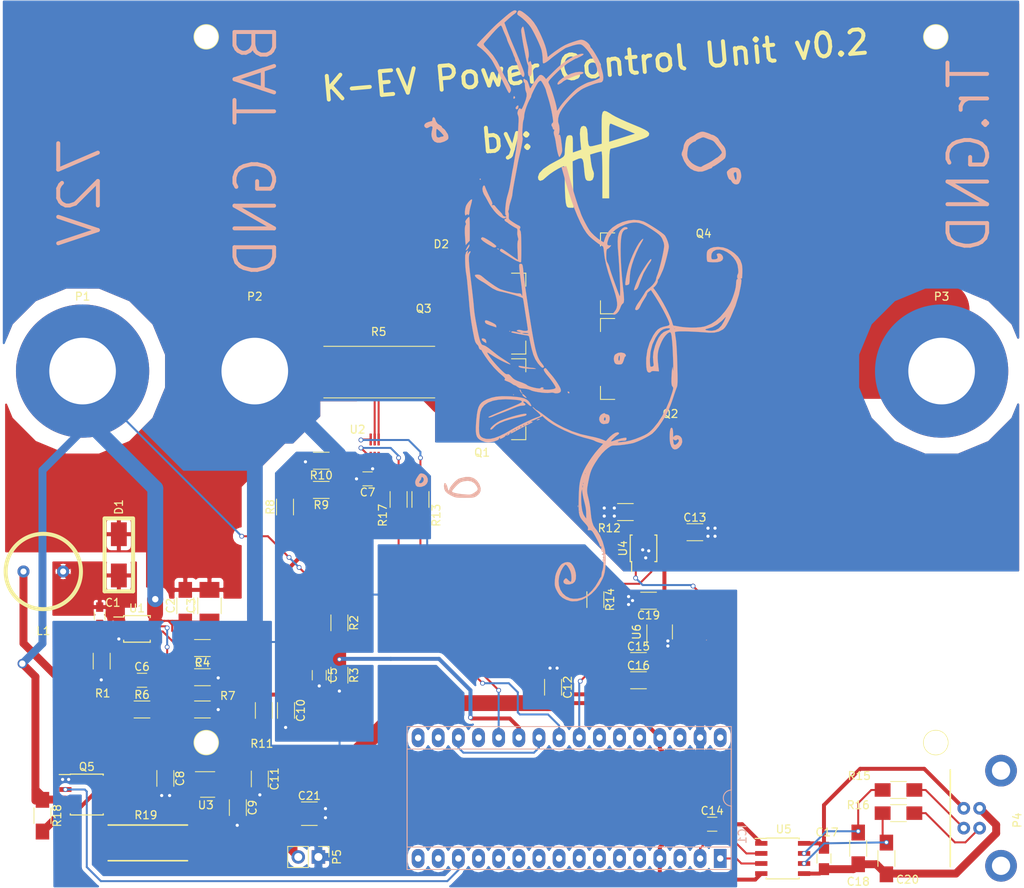
<source format=kicad_pcb>
(kicad_pcb (version 20171130) (host pcbnew "(5.0.0)")
  (layers (0 F.Cu signal) (31 B.Cu signal) (34 B.Paste user hide) (35 F.Paste user hide) (36 B.SilkS user) (37 F.SilkS user) (38 B.Mask user hide) (39 F.Mask user hide) (44 Edge.Cuts user hide))
  (net 0 "")
  (net 1 "Net-(C1-Pad1)")
  (net 2 "Net-(C1-Pad2)")
  (net 3 "Net-(C2-Pad1)")
  (net 4 GND)
  (net 5 "Net-(C4-Pad1)")
  (net 6 "Net-(C5-Pad1)")
  (net 7 "Net-(C6-Pad1)")
  (net 8 "Net-(C6-Pad2)")
  (net 9 +5VA)
  (net 10 "Net-(C9-Pad1)")
  (net 11 +5V)
  (net 12 +10V)
  (net 13 "Net-(C14-Pad1)")
  (net 14 "Net-(C15-Pad1)")
  (net 15 "Net-(C15-Pad2)")
  (net 16 "Net-(C17-Pad1)")
  (net 17 "Net-(C17-Pad2)")
  (net 18 "Net-(C18-Pad1)")
  (net 19 "Net-(C20-Pad1)")
  (net 20 "Net-(D2-Pad1)")
  (net 21 "Net-(D2-Pad2)")
  (net 22 "Net-(IC1-Pad1)")
  (net 23 "Net-(IC1-Pad2)")
  (net 24 "Net-(IC1-Pad16)")
  (net 25 "Net-(IC1-Pad3)")
  (net 26 "Net-(IC1-Pad17)")
  (net 27 "Net-(IC1-Pad18)")
  (net 28 "Net-(IC1-Pad5)")
  (net 29 "Net-(IC1-Pad19)")
  (net 30 "Net-(IC1-Pad6)")
  (net 31 "Net-(IC1-Pad7)")
  (net 32 "Net-(IC1-Pad8)")
  (net 33 "Net-(IC1-Pad22)")
  (net 34 "Net-(IC1-Pad9)")
  (net 35 "Net-(IC1-Pad23)")
  (net 36 "Net-(IC1-Pad10)")
  (net 37 "Net-(IC1-Pad24)")
  (net 38 "Net-(IC1-Pad11)")
  (net 39 "Net-(IC1-Pad25)")
  (net 40 "Net-(IC1-Pad12)")
  (net 41 "Net-(IC1-Pad26)")
  (net 42 "Net-(IC1-Pad13)")
  (net 43 "Net-(IC1-Pad14)")
  (net 44 "Net-(IC1-Pad28)")
  (net 45 "Net-(IC1-Pad15)")
  (net 46 "Net-(IC1-Pad30)")
  (net 47 "Net-(P4-Pad2)")
  (net 48 "Net-(P4-Pad3)")
  (net 49 "Net-(Q1-Pad3)")
  (net 50 "Net-(Q1-Pad1)")
  (net 51 "Net-(R1-Pad1)")
  (net 52 "Net-(R4-Pad2)")
  (net 53 "Net-(R8-Pad2)")
  (net 54 "Net-(R10-Pad1)")
  (net 55 "Net-(R13-Pad1)")
  (net 56 "Net-(R14-Pad1)")
  (net 57 "Net-(U4-Pad5)")
  (net 58 "Net-(U4-Pad8)")
  (net 59 "Net-(Q3-Pad3)")
  (net 60 "Net-(C21-Pad1)")
  (net 61 "Net-(Q5-Pad4)")
  (net 62 "Net-(Q5-Pad5)")
  (module Alpine11PlusCPUCooler (layer F.Cu) (at 101.241 22.159)
    (fp_text reference REF** hide)
    (fp_text value asd)
    (pad "" thru_hole circle (at 3 3) (size 3 3) (drill 3) (layers *.Cu *.Mask))
    (pad "" thru_hole circle (at 95 3) (size 3 3) (drill 3) (layers *.Cu *.Mask))
    (pad "" thru_hole circle (at 95 92) (size 3 3) (drill 3) (layers *.Cu *.Mask))
    (pad "" thru_hole circle (at 3 92) (size 3 3) (drill 3) (layers *.Cu *.Mask))
  )
  (module omat:monni2 (layer B.Cu) (at 150.39 61.91 270)
    (fp_text reference G*** hide)
    (fp_text value LOGO hide)
  )
  (module omat:logo (layer F.Cu) (at 153.184 38.923)
    (fp_text reference G*** hide)
    (fp_text value LOGO hide)
  )
  (module Housings_SSOP:MSOP-8_3x3mm_Pitch0.65mm (layer F.Cu) (at 159.385 89.662 90)
    (fp_text reference U4 (at 0 -2.6 90) (layer F.SilkS))
    (fp_text value LM5112)
    (pad 1 smd rect (at -2.2 -0.975 90) (size 1.45 0.45) (layers F.Cu F.Paste F.Mask) (net 4 GND))
    (pad 2 smd rect (at -2.2 -0.325 90) (size 1.45 0.45) (layers F.Cu F.Paste F.Mask) (net 4 GND))
    (pad 3 smd rect (at -2.2 0.325 90) (size 1.45 0.45) (layers F.Cu F.Paste F.Mask) (net 4 GND) (thermal_gap -1))
    (pad 4 smd rect (at -2.2 0.975 90) (size 1.45 0.45) (layers F.Cu F.Paste F.Mask) (net 56 "Net-(R14-Pad1)"))
    (pad 5 smd rect (at 2.2 0.975 90) (size 1.45 0.45) (layers F.Cu F.Paste F.Mask) (net 57 "Net-(U4-Pad5)"))
    (pad 6 smd rect (at 2.2 0.325 90) (size 1.45 0.45) (layers F.Cu F.Paste F.Mask) (net 12 +10V))
    (pad 7 smd rect (at 2.2 -0.325 90) (size 1.45 0.45) (layers F.Cu F.Paste F.Mask) (net 50 "Net-(Q1-Pad1)"))
    (pad 8 smd rect (at 2.2 -0.975 90) (size 1.45 0.45) (layers F.Cu F.Paste F.Mask) (net 58 "Net-(U4-Pad8)"))
  )
  (module Housings_SOIC:SOIC-8_3.9x4.9mm_Pitch1.27mm (layer F.Cu) (at 89.176 120.711)
    (fp_text reference Q5 (at 0 -3.5) (layer F.SilkS))
    (fp_text value ZXMC10A816N8)
    (pad 1 smd rect (at -2.7 -1.905) (size 1.55 0.6) (layers F.Cu F.Paste F.Mask) (net 4 GND))
    (pad 2 smd rect (at -2.7 -0.635) (size 1.55 0.6) (layers F.Cu F.Paste F.Mask) (net 43 "Net-(IC1-Pad14)"))
    (pad 3 smd rect (at -2.7 0.635) (size 1.55 0.6) (layers F.Cu F.Paste F.Mask) (net 3 "Net-(C2-Pad1)"))
    (pad 4 smd rect (at -2.7 1.905) (size 1.55 0.6) (layers F.Cu F.Paste F.Mask) (net 61 "Net-(Q5-Pad4)"))
    (pad 5 smd rect (at 2.7 1.905) (size 1.55 0.6) (layers F.Cu F.Paste F.Mask) (net 62 "Net-(Q5-Pad5)"))
    (pad 6 smd rect (at 2.7 0.635) (size 1.55 0.6) (layers F.Cu F.Paste F.Mask) (net 62 "Net-(Q5-Pad5)"))
    (pad 7 smd rect (at 2.7 -0.635) (size 1.55 0.6) (layers F.Cu F.Paste F.Mask) (net 61 "Net-(Q5-Pad4)"))
    (pad 8 smd rect (at 2.7 -1.905) (size 1.55 0.6) (layers F.Cu F.Paste F.Mask) (net 61 "Net-(Q5-Pad4)"))
  )
  (module omat:blank_smd (layer B.Cu) (at 124.99 95.498)
    (fp_text reference REF** hide)
    (fp_text value bland_smd hide)
    (pad "" smd circle (at 0 0) (size 0.2 0.2) (layers B.Cu) (net 4 GND) (thermal_gap -1))
  )
  (module omat:blank_smd (layer B.Cu) (at 132.102 88.259)
    (fp_text reference REF** hide)
    (fp_text value bland_smd hide)
    (pad "" smd circle (at 0 0) (size 0.2 0.2) (layers B.Cu) (net 4 GND) (thermal_gap -1))
  )
  (module omat:DIP-32_W15.24mm_Socket_LongPads_Arduino_Nano (layer B.Cu) (at 169.059 128.772 90)
    (fp_text reference IC1 (at 3.048 2.794 90) (layer B.SilkS) (effects (justify mirror)))
    (fp_text value ArduinoNano)
    (pad 1 thru_hole rect (at 0 0 90) (size 2.4 1.6) (drill 0.8) (layers *.Cu *.Mask) (net 22 "Net-(IC1-Pad1)"))
    (pad "" thru_hole oval (at 15.24 -38.1 90) (size 2.4 1.6) (drill 0.8) (layers *.Cu *.Mask))
    (pad 2 thru_hole oval (at 0 -2.54 90) (size 2.4 1.6) (drill 0.8) (layers *.Cu *.Mask) (net 23 "Net-(IC1-Pad2)"))
    (pad 16 thru_hole oval (at 15.24 -35.56 90) (size 2.4 1.6) (drill 0.8) (layers *.Cu *.Mask) (net 24 "Net-(IC1-Pad16)"))
    (pad 3 thru_hole oval (at 0 -5.08 90) (size 2.4 1.6) (drill 0.8) (layers *.Cu *.Mask) (net 25 "Net-(IC1-Pad3)"))
    (pad 17 thru_hole oval (at 15.24 -33.02 90) (size 2.4 1.6) (drill 0.8) (layers *.Cu *.Mask) (net 26 "Net-(IC1-Pad17)"))
    (pad 4 thru_hole oval (at 0 -7.62 90) (size 2.4 1.6) (drill 0.8) (layers *.Cu *.Mask) (net 13 "Net-(C14-Pad1)"))
    (pad 18 thru_hole oval (at 15.24 -30.48 90) (size 2.4 1.6) (drill 0.8) (layers *.Cu *.Mask) (net 27 "Net-(IC1-Pad18)"))
    (pad 5 thru_hole oval (at 0 -10.16 90) (size 2.4 1.6) (drill 0.8) (layers *.Cu *.Mask) (net 28 "Net-(IC1-Pad5)"))
    (pad 19 thru_hole oval (at 15.24 -27.94 90) (size 2.4 1.6) (drill 0.8) (layers *.Cu *.Mask) (net 29 "Net-(IC1-Pad19)"))
    (pad 6 thru_hole oval (at 0 -12.7 90) (size 2.4 1.6) (drill 0.8) (layers *.Cu *.Mask) (net 30 "Net-(IC1-Pad6)"))
    (pad 20 thru_hole oval (at 15.24 -25.4 90) (size 2.4 1.6) (drill 0.8) (layers *.Cu *.Mask) (net 6 "Net-(C5-Pad1)"))
    (pad 7 thru_hole oval (at 0 -15.24 90) (size 2.4 1.6) (drill 0.8) (layers *.Cu *.Mask) (net 31 "Net-(IC1-Pad7)"))
    (pad 21 thru_hole oval (at 15.24 -22.86 90) (size 2.4 1.6) (drill 0.8) (layers *.Cu *.Mask) (net 26 "Net-(IC1-Pad17)"))
    (pad 8 thru_hole oval (at 0 -17.78 90) (size 2.4 1.6) (drill 0.8) (layers *.Cu *.Mask) (net 32 "Net-(IC1-Pad8)"))
    (pad 22 thru_hole oval (at 15.24 -20.32 90) (size 2.4 1.6) (drill 0.8) (layers *.Cu *.Mask) (net 33 "Net-(IC1-Pad22)"))
    (pad 9 thru_hole oval (at 0 -20.32 90) (size 2.4 1.6) (drill 0.8) (layers *.Cu *.Mask) (net 34 "Net-(IC1-Pad9)"))
    (pad 23 thru_hole oval (at 15.24 -17.78 90) (size 2.4 1.6) (drill 0.8) (layers *.Cu *.Mask) (net 35 "Net-(IC1-Pad23)"))
    (pad 10 thru_hole oval (at 0 -22.86 90) (size 2.4 1.6) (drill 0.8) (layers *.Cu *.Mask) (net 36 "Net-(IC1-Pad10)"))
    (pad 24 thru_hole oval (at 15.24 -15.24 90) (size 2.4 1.6) (drill 0.8) (layers *.Cu *.Mask) (net 37 "Net-(IC1-Pad24)"))
    (pad 11 thru_hole oval (at 0 -25.4 90) (size 2.4 1.6) (drill 0.8) (layers *.Cu *.Mask) (net 38 "Net-(IC1-Pad11)"))
    (pad 25 thru_hole oval (at 15.24 -12.7 90) (size 2.4 1.6) (drill 0.8) (layers *.Cu *.Mask) (net 39 "Net-(IC1-Pad25)"))
    (pad 12 thru_hole oval (at 0 -27.94 90) (size 2.4 1.6) (drill 0.8) (layers *.Cu *.Mask) (net 40 "Net-(IC1-Pad12)"))
    (pad 26 thru_hole oval (at 15.24 -10.16 90) (size 2.4 1.6) (drill 0.8) (layers *.Cu *.Mask) (net 41 "Net-(IC1-Pad26)"))
    (pad 13 thru_hole oval (at 0 -30.48 90) (size 2.4 1.6) (drill 0.8) (layers *.Cu *.Mask) (net 42 "Net-(IC1-Pad13)"))
    (pad 27 thru_hole oval (at 15.24 -7.62 90) (size 2.4 1.6) (drill 0.8) (layers *.Cu *.Mask) (net 11 +5V))
    (pad 14 thru_hole oval (at 0 -33.02 90) (size 2.4 1.6) (drill 0.8) (layers *.Cu *.Mask) (net 43 "Net-(IC1-Pad14)"))
    (pad 28 thru_hole oval (at 15.24 -5.08 90) (size 2.4 1.6) (drill 0.8) (layers *.Cu *.Mask) (net 44 "Net-(IC1-Pad28)"))
    (pad 15 thru_hole oval (at 0 -35.56 90) (size 2.4 1.6) (drill 0.8) (layers *.Cu *.Mask) (net 45 "Net-(IC1-Pad15)"))
    (pad 29 thru_hole oval (at 15.24 -2.54 90) (size 2.4 1.6) (drill 0.8) (layers *.Cu *.Mask) (net 4 GND))
    (pad "" thru_hole oval (at 0 -38.1 90) (size 2.4 1.6) (drill 0.8) (layers *.Cu *.Mask))
    (pad 30 thru_hole oval (at 15.24 0 90) (size 2.4 1.6) (drill 0.8) (layers *.Cu *.Mask) (net 46 "Net-(IC1-Pad30)"))
  )
  (module omat:blank_smd (layer B.Cu) (at 121.053 113.786)
    (fp_text reference REF** hide)
    (fp_text value bland_smd hide)
    (pad "" smd circle (at 0 0) (size 0.2 0.2) (layers B.Cu) (net 4 GND) (thermal_gap -1))
  )
  (module omat:blank_smd (layer B.Cu) (at 110.385 101.594)
    (fp_text reference REF** hide)
    (fp_text value bland_smd hide)
    (pad "" smd circle (at 0 0) (size 0.2 0.2) (layers B.Cu) (net 4 GND) (thermal_gap -1))
  )
  (module omat:blank_smd (layer B.Cu) (at 112.036 101.467)
    (fp_text reference REF** hide)
    (fp_text value bland_smd hide)
    (pad "" smd circle (at 0 0) (size 0.2 0.2) (layers B.Cu) (net 4 GND) (thermal_gap -1))
  )
  (module omat:Bourns_CSS2H-3920_200uOhm_hand_solder (layer F.Cu) (at 130.81 67.437 180)
    (fp_text reference R5 (at 4.826 5.08 180) (layer F.SilkS))
    (fp_text value 0.2mOhm)
    (pad 1 smd rect (at 0 0 180) (size 4 6.2) (layers F.Cu F.Mask) (net 20 "Net-(D2-Pad1)"))
    (pad 2 smd rect (at 9.6 0 180) (size 4 6.2) (layers F.Cu F.Mask) (net 4 GND) (thermal_gap -1))
  )
  (module omat:USB_B_JACK (layer F.Cu) (at 199.771 123.698 90)
    (fp_text reference P4 (at -0.25 6.75 90) (layer F.SilkS))
    (fp_text value toRasPi)
    (pad 1 thru_hole circle (at 1.25 0 90) (size 1.6 1.6) (drill 0.8) (layers *.Cu *.Mask) (net 17 "Net-(C17-Pad2)"))
    (pad 2 thru_hole circle (at -1.25 0 90) (size 1.6 1.6) (drill 0.8) (layers *.Cu *.Mask) (net 47 "Net-(P4-Pad2)"))
    (pad 3 thru_hole circle (at -1.25 2 90) (size 1.6 1.6) (drill 0.8) (layers *.Cu *.Mask) (net 48 "Net-(P4-Pad3)"))
    (pad 4 thru_hole circle (at 1.25 2 90) (size 1.6 1.6) (drill 0.8) (layers *.Cu *.Mask) (net 16 "Net-(C17-Pad1)"))
    (pad "" thru_hole circle (at 6 4.7 90) (size 4 4) (drill 2.3) (layers *.Cu *.Mask))
    (pad "" thru_hole circle (at -6 4.7 90) (size 4 4) (drill 2.3) (layers *.Cu *.Mask))
  )
  (module Housings_SSOP:MSOP-8_3x3mm_Pitch0.65mm (layer F.Cu) (at 95.504 99.822)
    (fp_text reference U1 (at 0 -2.6) (layer F.SilkS))
    (fp_text value LM5009)
    (pad 1 smd rect (at -2.2 -0.975) (size 1.45 0.45) (layers F.Cu F.Paste F.Mask) (net 1 "Net-(C1-Pad1)") (thermal_gap 0.2))
    (pad 2 smd rect (at -2.2 -0.325) (size 1.45 0.45) (layers F.Cu F.Paste F.Mask) (net 2 "Net-(C1-Pad2)"))
    (pad 3 smd rect (at -2.2 0.325) (size 1.45 0.45) (layers F.Cu F.Paste F.Mask) (net 51 "Net-(R1-Pad1)"))
    (pad 4 smd rect (at -2.2 0.975) (size 1.45 0.45) (layers F.Cu F.Paste F.Mask) (net 4 GND))
    (pad 5 smd rect (at 2.2 0.975) (size 1.45 0.45) (layers F.Cu F.Paste F.Mask) (net 8 "Net-(C6-Pad2)"))
    (pad 6 smd rect (at 2.2 0.325) (size 1.45 0.45) (layers F.Cu F.Paste F.Mask) (net 52 "Net-(R4-Pad2)"))
    (pad 7 smd rect (at 2.2 -0.325) (size 1.45 0.45) (layers F.Cu F.Paste F.Mask) (net 5 "Net-(C4-Pad1)"))
    (pad 8 smd rect (at 2.2 -0.975) (size 1.45 0.45) (layers F.Cu F.Paste F.Mask) (net 3 "Net-(C2-Pad1)"))
  )
  (module Resistors_SMD:R_0603_HandSoldering (layer F.Cu) (at 90.805 98.171 270)
    (fp_text reference C1 (at -1.651 -1.651) (layer F.SilkS))
    (fp_text value 0.022uF)
    (pad 1 smd rect (at -1.1 0 270) (size 1.2 0.9) (layers F.Cu F.Paste F.Mask) (net 1 "Net-(C1-Pad1)") (thermal_gap 0.3))
    (pad 2 smd rect (at 1.1 0 270) (size 1.2 0.9) (layers F.Cu F.Paste F.Mask) (net 2 "Net-(C1-Pad2)"))
  )
  (module omat:ROHM_RFN1L6S_HAND_SOLDER (layer F.Cu) (at 93.218 92.583 180)
    (fp_text reference D1 (at 0 8.128 270) (layer F.SilkS))
    (fp_text value RFN1L6S)
    (pad 1 smd trapezoid (at 0 0 180) (size 2 3) (drill (offset 0 -0.5)) (layers F.Cu F.Mask) (net 1 "Net-(C1-Pad1)"))
    (pad 2 smd trapezoid (at 0 4.2 180) (size 2 3) (drill (offset 0 0.5)) (layers F.Cu F.Mask) (net 4 GND))
  )
  (module omat:DO-214AA (layer F.Cu) (at 137.944 51.3655)
    (fp_text reference D2 (at -4.064 -0.0635) (layer F.SilkS))
    (fp_text value TVS)
    (pad 1 smd rect (at 0 0) (size 3.5 2.2) (drill (offset -0.5 0)) (layers F.Cu F.Paste F.Mask) (net 20 "Net-(D2-Pad1)") (clearance 0.5))
    (pad 2 smd rect (at 4.7 0) (size 3.5 2.2) (drill (offset 0.5 0)) (layers F.Cu F.Paste F.Mask) (net 21 "Net-(D2-Pad2)") (clearance 0.5))
  )
  (module omat:Bourns_RLB0914-151KL (layer F.Cu) (at 83.693 92.583)
    (fp_text reference L1 (at 0 7.5) (layer F.SilkS))
    (fp_text value 150uH)
    (pad 1 thru_hole circle (at -2.5 0) (size 1.524 1.524) (drill 0.762) (layers *.Cu *.Mask) (net 7 "Net-(C6-Pad1)"))
    (pad 2 thru_hole circle (at 2.5 0) (size 1.524 1.524) (drill 0.762) (layers *.Cu *.Mask) (net 1 "Net-(C1-Pad1)") (thermal_gap 0.2))
  )
  (module Mounting_Holes:MountingHole_8.4mm_M8_Pad (layer F.Cu) (at 88.646 67.31)
    (fp_text reference P1 (at 0 -9.4) (layer F.SilkS))
    (fp_text value "BATT +")
    (pad 1 thru_hole circle (at 0 0) (size 16.8 16.8) (drill 8.4) (layers *.Cu *.Mask) (net 3 "Net-(C2-Pad1)") (clearance 2))
  )
  (module Mounting_Holes:MountingHole_8.4mm_M8_Pad (layer F.Cu) (at 110.363 67.31)
    (fp_text reference P2 (at 0 -9.4) (layer F.SilkS))
    (fp_text value "BATT -")
    (pad 1 thru_hole circle (at 0 0) (size 16.8 16.8) (drill 8.4) (layers *.Cu *.Mask) (net 4 GND) (thermal_gap -1))
  )
  (module Mounting_Holes:MountingHole_8.4mm_M8_Pad (layer F.Cu) (at 196.977 67.31)
    (fp_text reference P3 (at 0 -9.4) (layer F.SilkS))
    (fp_text value 72V-)
    (pad 1 thru_hole circle (at 0 0) (size 16.8 16.8) (drill 8.4) (layers *.Cu *.Mask) (net 21 "Net-(D2-Pad2)") (clearance 2))
  )
  (module Resistors_SMD:R_1206_HandSoldering (layer F.Cu) (at 91.059 103.886 270)
    (fp_text reference R1 (at 4.064 -0.127) (layer F.SilkS))
    (fp_text value 220K)
    (pad 1 smd rect (at -2 0 270) (size 2 1.7) (layers F.Cu F.Paste F.Mask) (net 51 "Net-(R1-Pad1)"))
    (pad 2 smd rect (at 2 0 270) (size 2 1.7) (layers F.Cu F.Paste F.Mask) (net 4 GND))
  )
  (module Resistors_SMD:R_1206_HandSoldering (layer F.Cu) (at 121.031 99.06 270)
    (fp_text reference R2 (at 0 -1.85 270) (layer F.SilkS))
    (fp_text value 510K)
    (pad 1 smd rect (at -2 0 270) (size 2 1.7) (layers F.Cu F.Paste F.Mask) (net 3 "Net-(C2-Pad1)"))
    (pad 2 smd rect (at 2 0 270) (size 2 1.7) (layers F.Cu F.Paste F.Mask) (net 6 "Net-(C5-Pad1)"))
  )
  (module Resistors_SMD:R_1206_HandSoldering (layer F.Cu) (at 121.031 105.664 270)
    (fp_text reference R3 (at 0 -1.85 270) (layer F.SilkS))
    (fp_text value 27K)
    (pad 1 smd rect (at -2 0 270) (size 2 1.7) (layers F.Cu F.Paste F.Mask) (net 6 "Net-(C5-Pad1)"))
    (pad 2 smd rect (at 2 0 270) (size 2 1.7) (layers F.Cu F.Paste F.Mask) (net 4 GND))
  )
  (module Resistors_SMD:R_1206_HandSoldering (layer F.Cu) (at 103.759 102.235 180)
    (fp_text reference R4 (at 0 -1.85 180) (layer F.SilkS))
    (fp_text value 220K)
    (pad 1 smd rect (at -2 0 180) (size 2 1.7) (layers F.Cu F.Paste F.Mask) (net 3 "Net-(C2-Pad1)"))
    (pad 2 smd rect (at 2 0 180) (size 2 1.7) (layers F.Cu F.Paste F.Mask) (net 52 "Net-(R4-Pad2)"))
  )
  (module Resistors_SMD:R_1206_HandSoldering (layer F.Cu) (at 96.139 109.982)
    (fp_text reference R6 (at 0 -1.85) (layer F.SilkS))
    (fp_text value 1.2K)
    (pad 1 smd rect (at -2 0) (size 2 1.7) (layers F.Cu F.Paste F.Mask) (net 7 "Net-(C6-Pad1)"))
    (pad 2 smd rect (at 2 0) (size 2 1.7) (layers F.Cu F.Paste F.Mask) (net 8 "Net-(C6-Pad2)"))
  )
  (module Resistors_SMD:R_1206_HandSoldering (layer F.Cu) (at 103.759 109.982)
    (fp_text reference R7 (at 3.197 -1.717) (layer F.SilkS))
    (fp_text value 1K)
    (pad 1 smd rect (at -2 0) (size 2 1.7) (layers F.Cu F.Paste F.Mask) (net 8 "Net-(C6-Pad2)"))
    (pad 2 smd rect (at 2 0) (size 2 1.7) (layers F.Cu F.Paste F.Mask) (net 4 GND))
  )
  (module Resistors_SMD:R_1206_HandSoldering (layer F.Cu) (at 114.173 84.455 90)
    (fp_text reference R8 (at 0 -1.85 90) (layer F.SilkS))
    (fp_text value 20K)
    (pad 1 smd rect (at -2 0 90) (size 2 1.7) (layers F.Cu F.Paste F.Mask) (net 9 +5VA))
    (pad 2 smd rect (at 2 0 90) (size 2 1.7) (layers F.Cu F.Paste F.Mask) (net 53 "Net-(R8-Pad2)"))
  )
  (module Resistors_SMD:R_1206_HandSoldering (layer F.Cu) (at 118.745 82.296)
    (fp_text reference R9 (at 0 1.905 180) (layer F.SilkS))
    (fp_text value 20K)
    (pad 1 smd rect (at -2 0) (size 2 1.7) (layers F.Cu F.Paste F.Mask) (net 53 "Net-(R8-Pad2)"))
    (pad 2 smd rect (at 2 0) (size 2 1.7) (layers F.Cu F.Paste F.Mask) (net 54 "Net-(R10-Pad1)"))
  )
  (module Resistors_SMD:R_1206_HandSoldering (layer F.Cu) (at 118.745 78.613 180)
    (fp_text reference R10 (at 0 -1.85 180) (layer F.SilkS))
    (fp_text value 10K)
    (pad 1 smd rect (at -2 0 180) (size 2 1.7) (layers F.Cu F.Paste F.Mask) (net 54 "Net-(R10-Pad1)"))
    (pad 2 smd rect (at 2 0 180) (size 2 1.7) (layers F.Cu F.Paste F.Mask) (net 4 GND))
  )
  (module Resistors_SMD:R_1206_HandSoldering (layer F.Cu) (at 111.506 110.109 270)
    (fp_text reference R11 (at 4.191 0.254) (layer F.SilkS))
    (fp_text value 100)
    (pad 1 smd rect (at -2 0 270) (size 2 1.7) (layers F.Cu F.Paste F.Mask) (net 9 +5VA))
    (pad 2 smd rect (at 2 0 270) (size 2 1.7) (layers F.Cu F.Paste F.Mask) (net 11 +5V))
  )
  (module Resistors_SMD:R_1206_HandSoldering (layer F.Cu) (at 157.099 85.09 180)
    (fp_text reference R12 (at 2.032 -2.032 180) (layer F.SilkS))
    (fp_text value 100K)
    (pad 1 smd rect (at -2 0 180) (size 2 1.7) (layers F.Cu F.Paste F.Mask) (net 50 "Net-(Q1-Pad1)"))
    (pad 2 smd rect (at 2 0 180) (size 2 1.7) (layers F.Cu F.Paste F.Mask) (net 4 GND))
  )
  (module Resistors_SMD:R_1206_HandSoldering (layer F.Cu) (at 131.25 83.5 270)
    (fp_text reference R13 (at 2 -2 270) (layer F.SilkS))
    (fp_text value 1K)
    (pad 1 smd rect (at -2 0 270) (size 2 1.7) (layers F.Cu F.Paste F.Mask) (net 55 "Net-(R13-Pad1)"))
    (pad 2 smd rect (at 2 0 270) (size 2 1.7) (layers F.Cu F.Paste F.Mask) (net 29 "Net-(IC1-Pad19)"))
  )
  (module Resistors_SMD:R_1206_HandSoldering (layer F.Cu) (at 153.311 96.133 270)
    (fp_text reference R14 (at 0 -1.85 270) (layer F.SilkS))
    (fp_text value 1K)
    (pad 1 smd rect (at -2 0 270) (size 2 1.7) (layers F.Cu F.Paste F.Mask) (net 56 "Net-(R14-Pad1)"))
    (pad 2 smd rect (at 2 0 270) (size 2 1.7) (layers F.Cu F.Paste F.Mask) (net 35 "Net-(IC1-Pad23)"))
  )
  (module Resistors_SMD:R_1206_HandSoldering (layer F.Cu) (at 191.538 120.136)
    (fp_text reference R15 (at -4.953 -1.778) (layer F.SilkS))
    (fp_text value 100)
    (pad 1 smd rect (at -2 0) (size 2 1.7) (layers F.Cu F.Paste F.Mask) (net 18 "Net-(C18-Pad1)"))
    (pad 2 smd rect (at 2 0) (size 2 1.7) (layers F.Cu F.Paste F.Mask) (net 47 "Net-(P4-Pad2)"))
  )
  (module Resistors_SMD:R_1206_HandSoldering (layer F.Cu) (at 191.538 123.057 180)
    (fp_text reference R16 (at 5.08 1.016 180) (layer F.SilkS))
    (fp_text value 100)
    (pad 1 smd rect (at -2 0 180) (size 2 1.7) (layers F.Cu F.Paste F.Mask) (net 48 "Net-(P4-Pad3)"))
    (pad 2 smd rect (at 2 0 180) (size 2 1.7) (layers F.Cu F.Paste F.Mask) (net 19 "Net-(C20-Pad1)"))
  )
  (module omat:SC-70-6_Handsoldering (layer F.Cu) (at 125.73 77.089 90)
    (fp_text reference U2 (at 2.413 -2.413 180) (layer F.SilkS))
    (fp_text value INA214)
    (pad 1 smd rect (at -1.15 -0.75) (size 0.3 1.5) (layers F.Cu F.Paste F.Mask) (net 54 "Net-(R10-Pad1)"))
    (pad 2 smd rect (at -1.15 -0.25) (size 0.3 1.5) (layers F.Cu F.Paste F.Mask) (net 4 GND))
    (pad 3 smd rect (at -1.15 0.25) (size 0.3 1.5) (layers F.Cu F.Paste F.Mask) (net 9 +5VA))
    (pad 4 smd rect (at 1.15 0.25) (size 0.3 1.5) (layers F.Cu F.Paste F.Mask) (net 20 "Net-(D2-Pad1)"))
    (pad 5 smd rect (at 1.15 -0.25) (size 0.3 1.5) (layers F.Cu F.Paste F.Mask) (net 4 GND))
    (pad 6 smd rect (at 1.15 -0.75) (size 0.3 1.5) (layers F.Cu F.Paste F.Mask) (net 55 "Net-(R13-Pad1)"))
  )
  (module TO_SOT_Packages_SMD:SOT-23-5_HandSoldering (layer F.Cu) (at 104.416 119.441)
    (fp_text reference U3 (at -0.232 2.601) (layer F.SilkS))
    (fp_text value TC1185)
    (pad 1 smd rect (at -1.35 -0.95) (size 1.56 0.65) (layers F.Cu F.Paste F.Mask) (net 7 "Net-(C6-Pad1)"))
    (pad 2 smd rect (at -1.35 0) (size 1.56 0.65) (layers F.Cu F.Paste F.Mask) (net 4 GND))
    (pad 3 smd rect (at -1.35 0.95) (size 1.56 0.65) (layers F.Cu F.Paste F.Mask) (net 7 "Net-(C6-Pad1)"))
    (pad 4 smd rect (at 1.35 0.95) (size 1.56 0.65) (layers F.Cu F.Paste F.Mask) (net 10 "Net-(C9-Pad1)"))
    (pad 5 smd rect (at 1.35 -0.95) (size 1.56 0.65) (layers F.Cu F.Paste F.Mask) (net 11 +5V))
  )
  (module Housings_SOIC:SOIC-8_3.9x4.9mm_Pitch1.27mm (layer F.Cu) (at 176.933 128.772)
    (fp_text reference U5 (at 0.127 -3.683 180) (layer F.SilkS))
    (fp_text value SI8422)
    (pad 1 smd rect (at -2.7 -1.905) (size 1.55 0.6) (layers F.Cu F.Paste F.Mask) (net 11 +5V))
    (pad 2 smd rect (at -2.7 -0.635) (size 1.55 0.6) (layers F.Cu F.Paste F.Mask) (net 23 "Net-(IC1-Pad2)"))
    (pad 3 smd rect (at -2.7 0.635) (size 1.55 0.6) (layers F.Cu F.Paste F.Mask) (net 22 "Net-(IC1-Pad1)"))
    (pad 4 smd rect (at -2.7 1.905) (size 1.55 0.6) (layers F.Cu F.Paste F.Mask) (net 13 "Net-(C14-Pad1)"))
    (pad 5 smd rect (at 2.7 1.905) (size 1.55 0.6) (layers F.Cu F.Paste F.Mask) (net 16 "Net-(C17-Pad1)"))
    (pad 6 smd rect (at 2.7 0.635) (size 1.55 0.6) (layers F.Cu F.Paste F.Mask) (net 19 "Net-(C20-Pad1)"))
    (pad 7 smd rect (at 2.7 -0.635) (size 1.55 0.6) (layers F.Cu F.Paste F.Mask) (net 18 "Net-(C18-Pad1)"))
    (pad 8 smd rect (at 2.7 -1.905) (size 1.55 0.6) (layers F.Cu F.Paste F.Mask) (net 17 "Net-(C17-Pad2)"))
  )
  (module Resistors_SMD:R_1206_HandSoldering (layer F.Cu) (at 128.5 83.5 270)
    (fp_text reference R17 (at 2 2 270) (layer F.SilkS))
    (fp_text value 1K)
    (pad 1 smd rect (at -2 0 270) (size 2 1.7) (layers F.Cu F.Paste F.Mask) (net 54 "Net-(R10-Pad1)"))
    (pad 2 smd rect (at 2 0 270) (size 2 1.7) (layers F.Cu F.Paste F.Mask) (net 33 "Net-(IC1-Pad22)"))
  )
  (module omat:SOT-23-5_HandSoldering (layer F.Cu) (at 161.417 100.203 90)
    (fp_text reference U6 (at 0 -2.9 90) (layer F.SilkS))
    (fp_text value MAX1683)
    (pad 5 smd rect (at -1.35 -0.95 90) (size 1.56 0.65) (layers F.Cu F.Paste F.Mask) (net 14 "Net-(C15-Pad1)"))
    (pad 3 smd rect (at -1.35 0 90) (size 1.56 0.65) (layers F.Cu F.Paste F.Mask) (net 15 "Net-(C15-Pad2)"))
    (pad 1 smd rect (at -1.35 0.95 90) (size 1.56 0.65) (layers F.Cu F.Paste F.Mask) (net 4 GND))
    (pad 2 smd rect (at 1.35 0.95 90) (size 1.56 0.65) (layers F.Cu F.Paste F.Mask) (net 12 +10V))
    (pad 4 smd rect (at 1.35 -0.95 90) (size 1.56 0.65) (layers F.Cu F.Paste F.Mask) (net 11 +5V))
  )
  (module Resistors_SMD:R_1206_HandSoldering (layer F.Cu) (at 101.6 96.901 90)
    (fp_text reference C2 (at 0 -1.85 90) (layer F.SilkS))
    (fp_text value 0.1uF)
    (pad 1 smd rect (at -2 0 90) (size 2 1.7) (layers F.Cu F.Paste F.Mask) (net 3 "Net-(C2-Pad1)"))
    (pad 2 smd rect (at 2 0 90) (size 2 1.7) (layers F.Cu F.Paste F.Mask) (net 4 GND))
  )
  (module Resistors_SMD:R_1210_HandSoldering (layer F.Cu) (at 104.648 96.901 90)
    (fp_text reference C3 (at 0 -2.3 90) (layer F.SilkS))
    (fp_text value 1uF)
    (pad 1 smd rect (at -2 0 90) (size 2 2.5) (layers F.Cu F.Paste F.Mask) (net 3 "Net-(C2-Pad1)"))
    (pad 2 smd rect (at 2 0 90) (size 2 2.5) (layers F.Cu F.Paste F.Mask) (net 4 GND))
  )
  (module Resistors_SMD:R_1206_HandSoldering (layer F.Cu) (at 103.759 105.918)
    (fp_text reference C4 (at 0 -1.85) (layer F.SilkS))
    (fp_text value 1uF)
    (pad 1 smd rect (at -2 0) (size 2 1.7) (layers F.Cu F.Paste F.Mask) (net 5 "Net-(C4-Pad1)"))
    (pad 2 smd rect (at 2 0) (size 2 1.7) (layers F.Cu F.Paste F.Mask) (net 4 GND))
  )
  (module Resistors_SMD:R_0805_HandSoldering (layer F.Cu) (at 118.491 105.664 270)
    (fp_text reference C5 (at 0 -1.7 270) (layer F.SilkS))
    (fp_text value 0.1uF)
    (pad 1 smd rect (at -1.35 0 270) (size 1.5 1.3) (layers F.Cu F.Paste F.Mask) (net 6 "Net-(C5-Pad1)"))
    (pad 2 smd rect (at 1.35 0 270) (size 1.5 1.3) (layers F.Cu F.Paste F.Mask) (net 4 GND))
  )
  (module Resistors_SMD:R_0805_HandSoldering (layer F.Cu) (at 96.139 106.299)
    (fp_text reference C6 (at 0 -1.7) (layer F.SilkS))
    (fp_text value 0.1uF)
    (pad 1 smd rect (at -1.35 0) (size 1.5 1.3) (layers F.Cu F.Paste F.Mask) (net 7 "Net-(C6-Pad1)"))
    (pad 2 smd rect (at 1.35 0) (size 1.5 1.3) (layers F.Cu F.Paste F.Mask) (net 8 "Net-(C6-Pad2)"))
  )
  (module Resistors_SMD:R_0805_HandSoldering (layer F.Cu) (at 124.587 80.899 180)
    (fp_text reference C7 (at 0 -1.7 180) (layer F.SilkS))
    (fp_text value 0.1uF)
    (pad 1 smd rect (at -1.35 0 180) (size 1.5 1.3) (layers F.Cu F.Paste F.Mask) (net 9 +5VA))
    (pad 2 smd rect (at 1.35 0 180) (size 1.5 1.3) (layers F.Cu F.Paste F.Mask) (net 4 GND))
  )
  (module Resistors_SMD:R_1206_HandSoldering (layer F.Cu) (at 99.082 118.679 270)
    (fp_text reference C8 (at 0 -1.85 270) (layer F.SilkS))
    (fp_text value 1uF)
    (pad 1 smd rect (at -2 0 270) (size 2 1.7) (layers F.Cu F.Paste F.Mask) (net 7 "Net-(C6-Pad1)"))
    (pad 2 smd rect (at 2 0 270) (size 2 1.7) (layers F.Cu F.Paste F.Mask) (net 4 GND))
  )
  (module Resistors_SMD:R_1206_HandSoldering (layer F.Cu) (at 108.226 122.362 270)
    (fp_text reference C9 (at 0 -1.85 270) (layer F.SilkS))
    (fp_text value 1nF)
    (pad 1 smd rect (at -2 0 270) (size 2 1.7) (layers F.Cu F.Paste F.Mask) (net 10 "Net-(C9-Pad1)"))
    (pad 2 smd rect (at 2 0 270) (size 2 1.7) (layers F.Cu F.Paste F.Mask) (net 4 GND))
  )
  (module Resistors_SMD:R_1206_HandSoldering (layer F.Cu) (at 114.3 110.109 270)
    (fp_text reference C10 (at 0 -1.85 270) (layer F.SilkS))
    (fp_text value 1uF)
    (pad 1 smd rect (at -2 0 270) (size 2 1.7) (layers F.Cu F.Paste F.Mask) (net 9 +5VA))
    (pad 2 smd rect (at 2 0 270) (size 2 1.7) (layers F.Cu F.Paste F.Mask) (net 4 GND))
  )
  (module Resistors_SMD:R_1206_HandSoldering (layer F.Cu) (at 110.998 118.745 270)
    (fp_text reference C11 (at 0 -1.85 270) (layer F.SilkS))
    (fp_text value 1uF)
    (pad 1 smd rect (at -2 0 270) (size 2 1.7) (layers F.Cu F.Paste F.Mask) (net 11 +5V))
    (pad 2 smd rect (at 2 0 270) (size 2 1.7) (layers F.Cu F.Paste F.Mask) (net 4 GND))
  )
  (module Resistors_SMD:R_1206_HandSoldering (layer F.Cu) (at 147.977 107.182 270)
    (fp_text reference C12 (at 0 -1.85 270) (layer F.SilkS))
    (fp_text value 1uF)
    (pad 1 smd rect (at -2 0 270) (size 2 1.7) (layers F.Cu F.Paste F.Mask) (net 4 GND))
    (pad 2 smd rect (at 2 0 270) (size 2 1.7) (layers F.Cu F.Paste F.Mask) (net 11 +5V))
  )
  (module Resistors_SMD:R_1206_HandSoldering (layer F.Cu) (at 165.862 87.63)
    (fp_text reference C13 (at 0 -1.85) (layer F.SilkS))
    (fp_text value 1uF)
    (pad 1 smd rect (at -2 0) (size 2 1.7) (layers F.Cu F.Paste F.Mask) (net 12 +10V))
    (pad 2 smd rect (at 2 0) (size 2 1.7) (layers F.Cu F.Paste F.Mask) (net 4 GND))
  )
  (module Resistors_SMD:R_0805_HandSoldering (layer F.Cu) (at 168.043 124.454)
    (fp_text reference C14 (at 0 -1.7) (layer F.SilkS))
    (fp_text value 0.1uF)
    (pad 1 smd rect (at -1.35 0) (size 1.5 1.3) (layers F.Cu F.Paste F.Mask) (net 13 "Net-(C14-Pad1)"))
    (pad 2 smd rect (at 1.35 0) (size 1.5 1.3) (layers F.Cu F.Paste F.Mask) (net 11 +5V))
  )
  (module Resistors_SMD:R_1206_HandSoldering (layer F.Cu) (at 158.75 103.886)
    (fp_text reference C15 (at 0 -1.85) (layer F.SilkS))
    (fp_text value 1uF)
    (pad 1 smd rect (at -2 0) (size 2 1.7) (layers F.Cu F.Paste F.Mask) (net 14 "Net-(C15-Pad1)"))
    (pad 2 smd rect (at 2 0) (size 2 1.7) (layers F.Cu F.Paste F.Mask) (net 15 "Net-(C15-Pad2)"))
  )
  (module Resistors_SMD:R_1206_HandSoldering (layer F.Cu) (at 158.75 106.299)
    (fp_text reference C16 (at 0 -1.85) (layer F.SilkS))
    (fp_text value 1uF)
    (pad 1 smd rect (at -2 0) (size 2 1.7) (layers F.Cu F.Paste F.Mask) (net 14 "Net-(C15-Pad1)"))
    (pad 2 smd rect (at 2 0) (size 2 1.7) (layers F.Cu F.Paste F.Mask) (net 15 "Net-(C15-Pad2)"))
  )
  (module Resistors_SMD:R_0805_HandSoldering (layer F.Cu) (at 182.14 128.772 90)
    (fp_text reference C17 (at 3.302 0.381 180) (layer F.SilkS))
    (fp_text value 0.1uF)
    (pad 1 smd rect (at -1.35 0 90) (size 1.5 1.3) (layers F.Cu F.Paste F.Mask) (net 16 "Net-(C17-Pad1)"))
    (pad 2 smd rect (at 1.35 0 90) (size 1.5 1.3) (layers F.Cu F.Paste F.Mask) (net 17 "Net-(C17-Pad2)"))
  )
  (module Resistors_SMD:R_1206_HandSoldering (layer F.Cu) (at 186.458 127.502 270)
    (fp_text reference C18 (at 4.191 0) (layer F.SilkS))
    (fp_text value 1uF)
    (pad 1 smd rect (at -2 0 270) (size 2 1.7) (layers F.Cu F.Paste F.Mask) (net 18 "Net-(C18-Pad1)"))
    (pad 2 smd rect (at 2 0 270) (size 2 1.7) (layers F.Cu F.Paste F.Mask) (net 16 "Net-(C17-Pad1)"))
  )
  (module Resistors_SMD:R_1206_HandSoldering (layer F.Cu) (at 160.02 96.266 180)
    (fp_text reference C19 (at 0 -1.85 180) (layer F.SilkS))
    (fp_text value 10uF)
    (pad 1 smd rect (at -2 0 180) (size 2 1.7) (layers F.Cu F.Paste F.Mask) (net 12 +10V))
    (pad 2 smd rect (at 2 0 180) (size 2 1.7) (layers F.Cu F.Paste F.Mask) (net 4 GND))
  )
  (module Resistors_SMD:R_1206_HandSoldering (layer F.Cu) (at 190.014 128.772 270)
    (fp_text reference C20 (at 2.667 -2.667) (layer F.SilkS))
    (fp_text value 1uF)
    (pad 1 smd rect (at -2 0 270) (size 2 1.7) (layers F.Cu F.Paste F.Mask) (net 19 "Net-(C20-Pad1)"))
    (pad 2 smd rect (at 2 0 270) (size 2 1.7) (layers F.Cu F.Paste F.Mask) (net 16 "Net-(C17-Pad1)"))
  )
  (module TO_SOT_Packages_SMD:TO-263-3Lead (layer F.Cu) (at 142.389 70.86 180)
    (fp_text reference Q1 (at 3.3655 -6.731) (layer F.SilkS))
    (fp_text value CSD19535KTT)
    (pad 2 smd rect (at -4.58 0 180) (size 4.6 1.39) (layers F.Cu F.Paste F.Mask) (net 20 "Net-(D2-Pad1)"))
    (pad 2 smd rect (at 4.58 0 180) (size 9.4 10.8) (layers F.Cu F.Paste F.Mask) (net 20 "Net-(D2-Pad1)"))
    (pad 3 smd rect (at -4.58 2.54 180) (size 4.6 1.39) (layers F.Cu F.Paste F.Mask) (net 49 "Net-(Q1-Pad3)"))
    (pad 1 smd rect (at -4.58 -2.54 180) (size 4.6 1.39) (layers F.Cu F.Paste F.Mask) (net 50 "Net-(Q1-Pad1)"))
  )
  (module TO_SOT_Packages_SMD:TO-263-3Lead (layer F.Cu) (at 156.105 65.78)
    (fp_text reference Q2 (at 6.6675 6.9215 180) (layer F.SilkS))
    (fp_text value CSD19535KTT)
    (pad 2 smd rect (at -4.58 0) (size 4.6 1.39) (layers F.Cu F.Paste F.Mask) (net 21 "Net-(D2-Pad2)"))
    (pad 2 smd rect (at 4.58 0) (size 9.4 10.8) (layers F.Cu F.Paste F.Mask) (net 21 "Net-(D2-Pad2)"))
    (pad 3 smd rect (at -4.58 2.54) (size 4.6 1.39) (layers F.Cu F.Paste F.Mask) (net 49 "Net-(Q1-Pad3)"))
    (pad 1 smd rect (at -4.58 -2.54) (size 4.6 1.39) (layers F.Cu F.Paste F.Mask) (net 50 "Net-(Q1-Pad1)"))
  )
  (module TO_SOT_Packages_SMD:TO-263-3Lead (layer F.Cu) (at 142.389 60.065 180)
    (fp_text reference Q3 (at 10.7315 0.635) (layer F.SilkS))
    (fp_text value CSD19535KTT)
    (pad 2 smd rect (at -4.58 0 180) (size 4.6 1.39) (layers F.Cu F.Paste F.Mask) (net 20 "Net-(D2-Pad1)"))
    (pad 2 smd rect (at 4.58 0 180) (size 9.4 10.8) (layers F.Cu F.Paste F.Mask) (net 20 "Net-(D2-Pad1)"))
    (pad 3 smd rect (at -4.58 2.54 180) (size 4.6 1.39) (layers F.Cu F.Paste F.Mask) (net 59 "Net-(Q3-Pad3)"))
    (pad 1 smd rect (at -4.58 -2.54 180) (size 4.6 1.39) (layers F.Cu F.Paste F.Mask) (net 50 "Net-(Q1-Pad1)"))
  )
  (module TO_SOT_Packages_SMD:TO-263-3Lead (layer F.Cu) (at 156.105 54.985)
    (fp_text reference Q4 (at 10.8585 -5.0165 180) (layer F.SilkS))
    (fp_text value CSD19535KTT)
    (pad 2 smd rect (at -4.58 0) (size 4.6 1.39) (layers F.Cu F.Paste F.Mask) (net 21 "Net-(D2-Pad2)"))
    (pad 2 smd rect (at 4.58 0) (size 9.4 10.8) (layers F.Cu F.Paste F.Mask) (net 21 "Net-(D2-Pad2)"))
    (pad 3 smd rect (at -4.58 2.54) (size 4.6 1.39) (layers F.Cu F.Paste F.Mask) (net 59 "Net-(Q3-Pad3)"))
    (pad 1 smd rect (at -4.58 -2.54) (size 4.6 1.39) (layers F.Cu F.Paste F.Mask) (net 50 "Net-(Q1-Pad1)"))
  )
  (module Capacitors_SMD:C_1210_HandSoldering (layer F.Cu) (at 117.243 123.124)
    (fp_text reference C21 (at 0 -2.25) (layer F.SilkS))
    (fp_text value 1uF)
    (pad 1 smd rect (at -2 0) (size 2 2.5) (layers F.Cu F.Paste F.Mask) (net 60 "Net-(C21-Pad1)"))
    (pad 2 smd rect (at 2 0) (size 2 2.5) (layers F.Cu F.Paste F.Mask) (net 4 GND))
  )
  (module Resistors_SMD:R_1206_HandSoldering (layer F.Cu) (at 83.588 123.378 270)
    (fp_text reference R18 (at 0 -1.85 270) (layer F.SilkS))
    (fp_text value 10K)
    (pad 1 smd rect (at -2 0 270) (size 2 1.7) (layers F.Cu F.Paste F.Mask) (net 3 "Net-(C2-Pad1)"))
    (pad 2 smd rect (at 2 0 270) (size 2 1.7) (layers F.Cu F.Paste F.Mask) (net 61 "Net-(Q5-Pad4)"))
  )
  (module omat:TE_SMW_3 (layer F.Cu) (at 101.876 126.807 180)
    (fp_text reference R19 (at 5.25 3.5 180) (layer F.SilkS))
    (fp_text value 100)
    (pad 1 smd rect (at 0 0 180) (size 4 4) (layers F.Cu F.Paste F.Mask) (net 60 "Net-(C21-Pad1)"))
    (pad 2 smd rect (at 10 0 180) (size 4 4) (layers F.Cu F.Paste F.Mask) (net 62 "Net-(Q5-Pad5)"))
  )
  (module Pin_Headers:Pin_Header_Straight_1x02_Pitch2.54mm (layer F.Cu) (at 118.386 128.585 270)
    (fp_text reference P5 (at 0 -2.33 270) (layer F.SilkS))
    (fp_text value FAN)
    (pad 1 thru_hole rect (at 0 0 270) (size 1.7 1.7) (drill 1) (layers *.Cu *.Mask) (net 4 GND))
    (pad 2 thru_hole oval (at 0 2.54 270) (size 1.7 1.7) (drill 1) (layers *.Cu *.Mask) (net 60 "Net-(C21-Pad1)"))
  )
  (gr_line (start 208 20) (end 78 20) (angle 90) (layer Edge.Cuts) (width 0.15))
  (gr_line (start 208 133) (end 208 20) (angle 90) (layer Edge.Cuts) (width 0.15))
  (gr_line (start 207 133) (end 208 133) (angle 90) (layer Edge.Cuts) (width 0.15))
  (gr_line (start 78 133) (end 207 133) (angle 90) (layer Edge.Cuts) (width 0.15))
  (gr_line (start 78 20) (end 78 133) (angle 90) (layer Edge.Cuts) (width 0.15))
  (gr_text by: (at 142.135 38.034 5) (layer F.SilkS) (effects (font (size 3 3) (thickness 0.5))))
  (gr_text "K-EV Power Control Unit v0.2" (at 153.311 28.763 5) (layer F.SilkS) (effects (font (size 3 3) (thickness 0.5))))
  (gr_text Tr.GND (at 200.428 40.193 90) (layer B.SilkS) (effects (font (size 5 5) (thickness 0.5)) (justify mirror)))
  (gr_text 72V (at 88.287 44.765 90) (layer B.SilkS) (effects (font (size 5 5) (thickness 0.5)) (justify mirror)))
  (gr_text "BAT GND" (at 110.512 39.431 90) (layer B.SilkS) (effects (font (size 5 5) (thickness 0.5)) (justify mirror)))
  (segment (start 93.304 92.669) (end 93.218 92.583) (width 1) (layer F.Cu) (net 1))
  (segment (start 93.304 92.669) (end 93.218 92.583) (width 0.5) (layer F.Cu) (net 1))
  (segment (start 93.218 92.583) (end 93.304 92.669) (width 0.25) (layer F.Cu) (net 1))
  (segment (start 93.304 93.259) (end 93.345 93.218) (width 0.25) (layer F.Cu) (net 1))
  (segment (start 93.304 99.497) (end 91.031 99.497) (width 0.25) (layer F.Cu) (net 2))
  (segment (start 91.031 99.497) (end 90.805 99.271) (width 0.25) (layer F.Cu) (net 2))
  (segment (start 83.588 121.378) (end 83.588 120.965) (width 1) (layer F.Cu) (net 3))
  (segment (start 83.588 120.965) (end 82.699 120.076) (width 1) (layer F.Cu) (net 3))
  (segment (start 88.646 67.31) (end 88.646 74.759) (width 1) (layer B.Cu) (net 3))
  (segment (start 88.646 74.759) (end 83.588 79.817) (width 1) (layer B.Cu) (net 3))
  (segment (start 82.699 105.852) (end 82.699 120.076) (width 1) (layer F.Cu) (net 3))
  (segment (start 82.699 120.076) (end 82.699 121.473) (width 1) (layer F.Cu) (net 3))
  (segment (start 81.048 104.201) (end 82.699 105.852) (width 1) (layer F.Cu) (net 3))
  (via (at 81.048 104.201) (size 1.2) (drill 0.8) (layers F.Cu B.Cu) (net 3))
  (segment (start 83.588 101.661) (end 81.048 104.201) (width 1) (layer B.Cu) (net 3))
  (segment (start 83.588 79.817) (end 83.588 101.661) (width 1) (layer B.Cu) (net 3))
  (segment (start 88.646 67.31) (end 88.646 72.937) (width 2) (layer B.Cu) (net 3))
  (segment (start 88.646 72.937) (end 97.812 82.103) (width 2) (layer B.Cu) (net 3))
  (segment (start 97.79 96.095) (end 97.79 97.917) (width 2) (layer F.Cu) (net 3))
  (segment (start 97.812 96.073) (end 97.79 96.095) (width 2) (layer F.Cu) (net 3))
  (via (at 97.812 96.073) (size 1.2) (drill 0.8) (layers F.Cu B.Cu) (net 3))
  (segment (start 97.812 82.103) (end 97.812 96.073) (width 2) (layer B.Cu) (net 3))
  (segment (start 86.476 121.346) (end 83.62 121.346) (width 1) (layer F.Cu) (net 3))
  (segment (start 83.62 121.346) (end 83.588 121.378) (width 1) (layer F.Cu) (net 3))
  (segment (start 121.031 97.06) (end 120.936 97.06) (width 0.25) (layer F.Cu) (net 3))
  (segment (start 120.936 97.06) (end 115.951 92.075) (width 0.25) (layer F.Cu) (net 3))
  (via (at 115.951 92.075) (size 0.6) (drill 0.4) (layers F.Cu B.Cu) (net 3))
  (segment (start 115.951 92.075) (end 114.681 90.805) (width 0.25) (layer B.Cu) (net 3))
  (via (at 114.681 90.805) (size 0.6) (drill 0.4) (layers F.Cu B.Cu) (net 3))
  (segment (start 114.681 90.805) (end 112.014 88.138) (width 0.25) (layer F.Cu) (net 3))
  (segment (start 112.014 88.138) (end 108.712 88.138) (width 0.25) (layer F.Cu) (net 3))
  (via (at 108.712 88.138) (size 0.6) (drill 0.4) (layers F.Cu B.Cu) (net 3))
  (segment (start 108.712 88.138) (end 88.646 68.072) (width 0.25) (layer B.Cu) (net 3))
  (segment (start 88.646 68.072) (end 88.646 67.31) (width 0.25) (layer B.Cu) (net 3))
  (segment (start 97.79 97.917) (end 97.155 98.552) (width 0.25) (layer F.Cu) (net 3))
  (segment (start 98.933 98.806) (end 98.679 98.806) (width 0.25) (layer F.Cu) (net 3))
  (segment (start 98.679 98.806) (end 97.79 97.917) (width 0.25) (layer F.Cu) (net 3))
  (segment (start 88.646 67.31) (end 88.646 72.898) (width 1) (layer F.Cu) (net 3))
  (segment (start 97.79 97.917) (end 97.79 98.425) (width 1) (layer F.Cu) (net 3))
  (segment (start 98.298 98.552) (end 97.282 98.552) (width 0.25) (layer F.Cu) (net 3))
  (segment (start 97.282 98.552) (end 97.577 98.847) (width 0.25) (layer F.Cu) (net 3))
  (segment (start 98.298 98.552) (end 98.171 98.552) (width 0.25) (layer F.Cu) (net 3))
  (segment (start 98.171 98.552) (end 98.171 98.679) (width 0.25) (layer F.Cu) (net 3))
  (segment (start 97.704 98.847) (end 98.003 98.847) (width 0.25) (layer F.Cu) (net 3))
  (segment (start 98.003 98.847) (end 98.171 98.679) (width 0.25) (layer F.Cu) (net 3))
  (segment (start 98.171 98.679) (end 98.298 98.552) (width 0.25) (layer F.Cu) (net 3))
  (segment (start 97.704 98.847) (end 97.749 98.847) (width 0.25) (layer F.Cu) (net 3))
  (segment (start 97.749 98.847) (end 98.044 98.552) (width 0.25) (layer F.Cu) (net 3))
  (segment (start 97.704 98.847) (end 97.704 98.638) (width 0.25) (layer F.Cu) (net 3))
  (segment (start 97.704 98.638) (end 97.79 98.552) (width 0.25) (layer F.Cu) (net 3))
  (segment (start 97.704 98.847) (end 97.704 98.72) (width 0.25) (layer F.Cu) (net 3))
  (segment (start 97.704 98.72) (end 97.536 98.552) (width 0.25) (layer F.Cu) (net 3))
  (segment (start 97.704 98.847) (end 97.577 98.847) (width 0.25) (layer F.Cu) (net 3))
  (segment (start 88.646 70.993) (end 88.646 67.31) (width 0.25) (layer B.Cu) (net 3))
  (segment (start 88.646 71.628) (end 88.646 67.31) (width 0.25) (layer B.Cu) (net 3))
  (segment (start 105.759 101.568) (end 104.902 100.711) (width 0.25) (layer F.Cu) (net 3))
  (segment (start 99.949 99.314) (end 99.441 98.806) (width 0.25) (layer F.Cu) (net 3))
  (segment (start 99.949 100.076) (end 99.949 99.314) (width 0.25) (layer F.Cu) (net 3))
  (segment (start 100.584 100.711) (end 99.949 100.076) (width 0.25) (layer F.Cu) (net 3))
  (segment (start 104.902 100.711) (end 100.584 100.711) (width 0.25) (layer F.Cu) (net 3))
  (segment (start 98.933 98.806) (end 99.441 98.806) (width 0.25) (layer F.Cu) (net 3))
  (segment (start 99.949 98.806) (end 101.505 98.806) (width 0.25) (layer F.Cu) (net 3))
  (segment (start 99.441 98.806) (end 99.949 98.806) (width 0.25) (layer F.Cu) (net 3))
  (segment (start 101.505 98.806) (end 101.6 98.901) (width 0.25) (layer F.Cu) (net 3))
  (segment (start 104.648 98.901) (end 101.6 98.901) (width 0.25) (layer F.Cu) (net 3))
  (segment (start 105.759 102.235) (end 105.759 101.568) (width 0.25) (layer F.Cu) (net 3))
  (segment (start 104.648 98.901) (end 104.648 99.314) (width 0.25) (layer F.Cu) (net 3))
  (segment (start 98.933 98.806) (end 98.892 98.847) (width 0.25) (layer F.Cu) (net 3))
  (segment (start 98.892 98.847) (end 97.704 98.847) (width 0.25) (layer F.Cu) (net 3))
  (segment (start 103.066 119.441) (end 100.32 119.441) (width 0.5) (layer F.Cu) (net 4))
  (segment (start 100.32 119.441) (end 99.082 120.679) (width 0.5) (layer F.Cu) (net 4))
  (segment (start 159.71 91.862) (end 159.71 90.309) (width 0.25) (layer F.Cu) (net 4))
  (via (at 160.042 89.977) (size 0.6) (drill 0.4) (layers F.Cu B.Cu) (net 4))
  (segment (start 159.71 90.309) (end 160.042 89.977) (width 0.25) (layer F.Cu) (net 4))
  (segment (start 159.71 91.862) (end 159.71 90.28) (width 0.25) (layer F.Cu) (net 4))
  (via (at 159.28 89.85) (size 0.6) (drill 0.4) (layers F.Cu B.Cu) (net 4))
  (segment (start 159.71 90.28) (end 159.28 89.85) (width 0.25) (layer F.Cu) (net 4))
  (segment (start 159.71 91.862) (end 159.71 90.944) (width 0.25) (layer F.Cu) (net 4))
  (via (at 159.661 90.866) (size 0.6) (drill 0.4) (layers F.Cu B.Cu) (net 4))
  (segment (start 159.71 90.944) (end 159.661 90.866) (width 0.25) (layer F.Cu) (net 4))
  (segment (start 159.71 90.788) (end 159.28 90.358) (width 0.25) (layer F.Cu) (net 4))
  (segment (start 159.71 91.862) (end 159.71 90.788) (width 0.25) (layer F.Cu) (net 4))
  (segment (start 119.243 123.124) (end 119.275 123.632) (width 0.25) (layer F.Cu) (net 4))
  (via (at 119.275 123.632) (size 0.6) (drill 0.4) (layers F.Cu B.Cu) (net 4))
  (segment (start 119.243 123.124) (end 119.275 122.489) (width 0.25) (layer F.Cu) (net 4))
  (via (at 119.275 122.489) (size 0.6) (drill 0.4) (layers F.Cu B.Cu) (net 4))
  (segment (start 86.509 118.806) (end 86.128 118.806) (width 0.25) (layer B.Cu) (net 4))
  (via (at 86.128 118.806) (size 0.6) (drill 0.4) (layers F.Cu B.Cu) (net 4))
  (segment (start 86.857 118.806) (end 86.857 118.839) (width 0.25) (layer F.Cu) (net 4))
  (via (at 86.89 118.806) (size 0.6) (drill 0.4) (layers F.Cu B.Cu) (net 4))
  (segment (start 86.857 118.839) (end 86.89 118.806) (width 0.25) (layer F.Cu) (net 4))
  (segment (start 166.519 95.311) (end 166.519 113.532) (width 0.25) (layer F.Cu) (net 4))
  (segment (start 165.63 94.422) (end 166.519 95.311) (width 0.25) (layer F.Cu) (net 4))
  (via (at 165.63 94.422) (size 0.6) (drill 0.4) (layers F.Cu B.Cu) (net 4))
  (segment (start 165.503 94.295) (end 165.63 94.422) (width 0.25) (layer B.Cu) (net 4))
  (segment (start 159.28 94.295) (end 165.503 94.295) (width 0.25) (layer B.Cu) (net 4))
  (segment (start 158.391 93.406) (end 159.28 94.295) (width 0.25) (layer B.Cu) (net 4))
  (via (at 162.455 101.975) (size 0.6) (drill 0.4) (layers F.Cu B.Cu) (net 4))
  (segment (start 162.494 101.936) (end 162.455 101.975) (width 0.5) (layer F.Cu) (net 4))
  (segment (start 147.596 104.928) (end 148.485 104.769) (width 0.25) (layer F.Cu) (net 4))
  (via (at 148.485 104.769) (size 0.6) (drill 0.4) (layers F.Cu B.Cu) (net 4))
  (segment (start 124.99 95.498) (end 126.387 95.498) (width 0.25) (layer B.Cu) (net 4))
  (segment (start 147.596 104.928) (end 147.596 104.769) (width 0.5) (layer F.Cu) (net 4))
  (via (at 147.596 104.769) (size 0.6) (drill 0.4) (layers F.Cu B.Cu) (net 4))
  (segment (start 132.102 88.259) (end 132.102 89.656) (width 0.25) (layer B.Cu) (net 4))
  (segment (start 121.053 113.786) (end 121.053 114.802) (width 0.25) (layer B.Cu) (net 4))
  (segment (start 112.014 101.473) (end 113.157 101.473) (width 0.25) (layer B.Cu) (net 4))
  (segment (start 93.304 100.797) (end 93.304 101.006) (width 0.25) (layer F.Cu) (net 4))
  (segment (start 93.304 101.006) (end 93.218 101.092) (width 0.25) (layer F.Cu) (net 4))
  (via (at 93.218 101.092) (size 0.6) (drill 0.4) (layers F.Cu B.Cu) (net 4))
  (segment (start 123.237 80.899) (end 123.11 80.979) (width 0.25) (layer F.Cu) (net 4))
  (via (at 123.19 80.899) (size 0.6) (drill 0.4) (layers F.Cu B.Cu) (net 4))
  (segment (start 123.11 80.979) (end 123.19 80.899) (width 0.25) (layer F.Cu) (net 4))
  (segment (start 125.48 78.239) (end 125.48 79.117) (width 0.25) (layer F.Cu) (net 4))
  (via (at 125.222 79.629) (size 0.6) (drill 0.4) (layers F.Cu B.Cu) (net 4))
  (segment (start 125.48 79.117) (end 125.222 79.629) (width 0.25) (layer F.Cu) (net 4))
  (segment (start 110.363 67.31) (end 110.385 101.594) (width 2) (layer B.Cu) (net 4))
  (segment (start 120.904 93.091) (end 120.904 77.851) (width 2) (layer B.Cu) (net 4))
  (segment (start 120.904 77.851) (end 110.363 67.31) (width 2) (layer B.Cu) (net 4))
  (via (at 154.432 84.582) (size 0.6) (drill 0.4) (layers F.Cu B.Cu) (net 4))
  (via (at 155.702 84.582) (size 0.6) (drill 0.4) (layers F.Cu B.Cu) (net 4))
  (via (at 155.702 85.598) (size 0.6) (drill 0.4) (layers F.Cu B.Cu) (net 4))
  (via (at 154.432 85.598) (size 0.6) (drill 0.4) (layers F.Cu B.Cu) (net 4))
  (via (at 118.491 107.014) (size 0.6) (drill 0.4) (layers F.Cu B.Cu) (net 4))
  (segment (start 119.141 107.664) (end 118.491 107.014) (width 1) (layer F.Cu) (net 4))
  (segment (start 118.491 107.014) (end 118.491 107.061) (width 1) (layer B.Cu) (net 4))
  (via (at 121.031 107.664) (size 0.6) (drill 0.4) (layers F.Cu B.Cu) (net 4))
  (segment (start 119.141 107.664) (end 121.031 107.664) (width 1) (layer F.Cu) (net 4))
  (segment (start 121.031 107.664) (end 121.031 107.696) (width 1) (layer B.Cu) (net 4))
  (segment (start 93.718 88.133) (end 92.718 87.968) (width 0.5) (layer F.Cu) (net 4))
  (segment (start 92.718 87.968) (end 92.75 88) (width 0.5) (layer F.Cu) (net 4))
  (segment (start 93.75 88) (end 93.741 87.991) (width 0.25) (layer F.Cu) (net 4))
  (segment (start 99.582 120.679) (end 98.527 120.929) (width 0.5) (layer F.Cu) (net 4))
  (via (at 98.621 120.835) (size 0.6) (drill 0.4) (layers F.Cu B.Cu) (net 4))
  (segment (start 98.527 120.929) (end 98.621 120.835) (width 0.5) (layer F.Cu) (net 4))
  (via (at 99.621 120.835) (size 0.6) (drill 0.4) (layers F.Cu B.Cu) (net 4))
  (segment (start 99.582 120.679) (end 99.621 120.835) (width 0.5) (layer F.Cu) (net 4))
  (segment (start 158.02 96.266) (end 157.734 96.266) (width 0.25) (layer F.Cu) (net 4))
  (segment (start 157.734 96.266) (end 157.5 95.75) (width 0.25) (layer F.Cu) (net 4))
  (via (at 157.5 95.75) (size 0.6) (drill 0.4) (layers F.Cu B.Cu) (net 4))
  (segment (start 158.02 96.266) (end 157.734 96.266) (width 0.25) (layer F.Cu) (net 4))
  (segment (start 157.734 96.266) (end 157.5 96.75) (width 0.25) (layer F.Cu) (net 4))
  (via (at 157.5 96.75) (size 0.6) (drill 0.4) (layers F.Cu B.Cu) (net 4))
  (segment (start 158.02 96.266) (end 158 96.25) (width 0.25) (layer F.Cu) (net 4))
  (via (at 158 96.25) (size 0.6) (drill 0.4) (layers F.Cu B.Cu) (net 4))
  (segment (start 155.099 85.09) (end 155 85) (width 0.25) (layer F.Cu) (net 4))
  (segment (start 116.745 78.613) (end 116.75 78.75) (width 0.5) (layer F.Cu) (net 4))
  (via (at 116.75 78.75) (size 0.6) (drill 0.4) (layers F.Cu B.Cu) (net 4))
  (segment (start 123.237 80.899) (end 123.698 80.899) (width 0.25) (layer F.Cu) (net 4))
  (segment (start 114.3 112.109) (end 114.25 112.25) (width 0.5) (layer F.Cu) (net 4))
  (via (at 114.25 112.25) (size 0.6) (drill 0.4) (layers F.Cu B.Cu) (net 4))
  (segment (start 121.21 67.437) (end 123.571 67.437) (width 0.25) (layer F.Cu) (net 4))
  (segment (start 123.571 67.437) (end 125.48 69.346) (width 0.25) (layer F.Cu) (net 4))
  (segment (start 125.48 69.346) (end 125.48 75.939) (width 0.25) (layer F.Cu) (net 4))
  (segment (start 110.998 120.745) (end 111 120.75) (width 0.5) (layer F.Cu) (net 4))
  (via (at 111 120.75) (size 0.6) (drill 0.4) (layers F.Cu B.Cu) (net 4))
  (segment (start 108.226 124.362) (end 108.149 124.589) (width 0.5) (layer F.Cu) (net 4))
  (via (at 108.149 124.589) (size 0.6) (drill 0.4) (layers F.Cu B.Cu) (net 4))
  (segment (start 105.759 109.982) (end 105.75 110) (width 0.5) (layer F.Cu) (net 4))
  (via (at 105.75 110) (size 0.6) (drill 0.4) (layers F.Cu B.Cu) (net 4))
  (segment (start 93.718 88.133) (end 93.741 87.991) (width 0.25) (layer F.Cu) (net 4))
  (segment (start 104.648 94.901) (end 104.75 94.75) (width 0.25) (layer F.Cu) (net 4))
  (segment (start 101.6 94.901) (end 101.5 94.75) (width 0.25) (layer F.Cu) (net 4))
  (segment (start 91.059 105.886) (end 91 106.25) (width 0.25) (layer F.Cu) (net 4))
  (via (at 91 106.25) (size 0.6) (drill 0.4) (layers F.Cu B.Cu) (net 4))
  (segment (start 105.509 105.918) (end 105.75 106) (width 0.25) (layer F.Cu) (net 4))
  (via (at 105.75 106) (size 0.6) (drill 0.4) (layers F.Cu B.Cu) (net 4))
  (segment (start 162.322 101.393) (end 162.281 101.166) (width 0.25) (layer F.Cu) (net 4))
  (segment (start 162.281 101.166) (end 162.455 101.34) (width 0.25) (layer F.Cu) (net 4))
  (via (at 162.455 101.34) (size 0.6) (drill 0.4) (layers F.Cu B.Cu) (net 4))
  (via (at 158.391 93.406) (size 0.6) (drill 0.4) (layers F.Cu B.Cu) (net 4))
  (segment (start 158.41 93.387) (end 158.391 93.406) (width 0.25) (layer F.Cu) (net 4))
  (segment (start 158.41 91.862) (end 158.41 93.387) (width 0.25) (layer F.Cu) (net 4))
  (segment (start 159.06 91.862) (end 158.41 91.862) (width 0.25) (layer F.Cu) (net 4))
  (segment (start 159.71 91.862) (end 159.71 89.987) (width 0.25) (layer F.Cu) (net 4))
  (segment (start 159.71 89.987) (end 159.639 89.916) (width 0.25) (layer F.Cu) (net 4))
  (segment (start 159.71 89.987) (end 159.639 89.916) (width 0.25) (layer F.Cu) (net 4))
  (via (at 167.513 87.122) (size 0.6) (drill 0.4) (layers F.Cu B.Cu) (net 4))
  (via (at 168.402 87.122) (size 0.6) (drill 0.4) (layers F.Cu B.Cu) (net 4))
  (via (at 168.402 88.138) (size 0.6) (drill 0.4) (layers F.Cu B.Cu) (net 4))
  (via (at 167.513 88.138) (size 0.6) (drill 0.4) (layers F.Cu B.Cu) (net 4))
  (segment (start 167.862 87.63) (end 167.898 87.63) (width 0.25) (layer F.Cu) (net 4))
  (segment (start 167.898 87.63) (end 168.45 87.087) (width 0.25) (layer F.Cu) (net 4))
  (segment (start 167.862 87.63) (end 167.898 87.63) (width 0.25) (layer F.Cu) (net 4))
  (segment (start 167.898 87.63) (end 168.45 88.087) (width 0.25) (layer F.Cu) (net 4))
  (segment (start 167.862 87.63) (end 167.95 87.587) (width 0.25) (layer F.Cu) (net 4))
  (segment (start 158.41 91.862) (end 158.369 91.903) (width 0.25) (layer F.Cu) (net 4))
  (segment (start 97.704 99.497) (end 99.116 99.497) (width 0.25) (layer F.Cu) (net 5))
  (segment (start 99.116 99.497) (end 99.314 99.695) (width 0.25) (layer F.Cu) (net 5))
  (via (at 99.314 99.695) (size 0.6) (drill 0.4) (layers F.Cu B.Cu) (net 5))
  (segment (start 99.314 99.695) (end 99.314 102.108) (width 0.25) (layer B.Cu) (net 5))
  (via (at 99.314 102.108) (size 0.6) (drill 0.4) (layers F.Cu B.Cu) (net 5))
  (segment (start 99.314 102.108) (end 99.314 103.759) (width 0.25) (layer F.Cu) (net 5))
  (segment (start 99.314 103.759) (end 101.473 105.918) (width 0.25) (layer F.Cu) (net 5))
  (segment (start 101.473 105.918) (end 101.759 105.918) (width 0.25) (layer F.Cu) (net 5))
  (segment (start 127.51 103.6) (end 133.6 103.6) (width 0.5) (layer B.Cu) (net 6))
  (segment (start 127.51 103.6) (end 121.095 103.6) (width 0.5) (layer B.Cu) (net 6))
  (segment (start 121.031 103.664) (end 121.095 103.6) (width 0.5) (layer B.Cu) (net 6))
  (via (at 121.031 103.664) (size 0.6) (drill 0.4) (layers F.Cu B.Cu) (net 6))
  (segment (start 143.659 112.262) (end 143.659 113.532) (width 0.5) (layer F.Cu) (net 6))
  (segment (start 142.516 111.119) (end 143.659 112.262) (width 0.5) (layer F.Cu) (net 6))
  (segment (start 137.69 111.119) (end 142.516 111.119) (width 0.5) (layer F.Cu) (net 6))
  (segment (start 137.563 110.992) (end 137.69 111.119) (width 0.5) (layer F.Cu) (net 6))
  (via (at 137.563 110.992) (size 0.6) (drill 0.4) (layers F.Cu B.Cu) (net 6))
  (segment (start 137.563 107.563) (end 137.563 110.992) (width 0.5) (layer B.Cu) (net 6))
  (segment (start 133.6 103.6) (end 137.563 107.563) (width 0.5) (layer B.Cu) (net 6))
  (segment (start 121.031 103.664) (end 119.141 103.664) (width 1) (layer F.Cu) (net 6))
  (segment (start 119.141 103.664) (end 118.491 104.314) (width 1) (layer F.Cu) (net 6))
  (segment (start 121.031 101.06) (end 121.031 103.664) (width 1) (layer F.Cu) (net 6))
  (segment (start 99.082 116.679) (end 101.254 116.679) (width 0.5) (layer F.Cu) (net 7))
  (segment (start 101.254 116.679) (end 103.066 118.491) (width 0.5) (layer F.Cu) (net 7))
  (segment (start 103.066 118.491) (end 104.101 118.491) (width 0.25) (layer F.Cu) (net 7))
  (segment (start 104.101 118.491) (end 104.289 118.679) (width 0.25) (layer F.Cu) (net 7))
  (segment (start 104.289 118.679) (end 104.289 120.203) (width 0.25) (layer F.Cu) (net 7))
  (segment (start 104.289 120.203) (end 104.101 120.391) (width 0.25) (layer F.Cu) (net 7))
  (segment (start 104.101 120.391) (end 103.066 120.391) (width 0.25) (layer F.Cu) (net 7))
  (segment (start 94.139 109.982) (end 91.567 109.982) (width 0.25) (layer F.Cu) (net 7))
  (segment (start 91.567 109.982) (end 90.551 110.998) (width 0.25) (layer F.Cu) (net 7))
  (segment (start 99.082 116.679) (end 94.647 115.094) (width 1) (layer F.Cu) (net 7))
  (segment (start 94.647 115.094) (end 90.551 110.998) (width 1) (layer F.Cu) (net 7))
  (segment (start 90.551 110.998) (end 81.193 101.64) (width 1) (layer F.Cu) (net 7))
  (segment (start 81.193 101.64) (end 81.193 92.583) (width 1) (layer F.Cu) (net 7))
  (segment (start 102.873 118.298) (end 103.066 118.491) (width 0.25) (layer F.Cu) (net 7))
  (segment (start 94.139 109.982) (end 94.139 106.949) (width 0.25) (layer F.Cu) (net 7))
  (segment (start 94.139 106.949) (end 94.789 106.299) (width 0.25) (layer F.Cu) (net 7))
  (segment (start 98.139 109.982) (end 101.759 109.982) (width 0.25) (layer F.Cu) (net 8))
  (segment (start 98.139 109.982) (end 98.139 106.949) (width 0.25) (layer F.Cu) (net 8))
  (segment (start 98.139 106.949) (end 97.489 106.299) (width 0.25) (layer F.Cu) (net 8))
  (segment (start 97.704 100.797) (end 97.704 106.084) (width 0.25) (layer F.Cu) (net 8))
  (segment (start 97.704 106.084) (end 97.489 106.299) (width 0.25) (layer F.Cu) (net 8))
  (segment (start 114.173 88.392) (end 116.3085 90.5275) (width 0.25) (layer F.Cu) (net 9))
  (segment (start 114.3 97.028) (end 114.3 92.536) (width 0.5) (layer F.Cu) (net 9))
  (segment (start 114.3 92.536) (end 116.3085 90.5275) (width 0.5) (layer F.Cu) (net 9))
  (segment (start 114.173 86.455) (end 114.173 88.392) (width 0.25) (layer F.Cu) (net 9))
  (segment (start 114.3 108.109) (end 114.3 97.028) (width 0.5) (layer F.Cu) (net 9))
  (segment (start 116.3085 90.5275) (end 125.937 80.899) (width 0.5) (layer F.Cu) (net 9))
  (segment (start 111.506 108.109) (end 114.3 108.109) (width 0.5) (layer F.Cu) (net 9))
  (segment (start 111.665 107.95) (end 111.506 108.109) (width 0.5) (layer F.Cu) (net 9))
  (segment (start 125.98 78.239) (end 125.98 80.856) (width 0.25) (layer F.Cu) (net 9))
  (segment (start 125.98 80.856) (end 125.937 80.899) (width 0.25) (layer F.Cu) (net 9))
  (segment (start 105.766 120.391) (end 108.197 120.391) (width 0.5) (layer F.Cu) (net 10))
  (segment (start 108.197 120.391) (end 108.226 120.362) (width 0.5) (layer F.Cu) (net 10))
  (segment (start 110.998 116.745) (end 109.271 116.745) (width 1) (layer F.Cu) (net 11))
  (segment (start 107.525 118.491) (end 105.766 118.491) (width 1) (layer F.Cu) (net 11))
  (segment (start 109.271 116.745) (end 107.525 118.491) (width 1) (layer F.Cu) (net 11))
  (segment (start 111.506 112.109) (end 111.506 112.751) (width 0.5) (layer F.Cu) (net 11))
  (segment (start 111.506 112.751) (end 105.766 118.491) (width 0.5) (layer F.Cu) (net 11))
  (segment (start 161.439 113.532) (end 161.439 114.929) (width 0.5) (layer F.Cu) (net 11))
  (segment (start 169.393 122.883) (end 169.393 124.454) (width 0.5) (layer F.Cu) (net 11))
  (segment (start 161.439 114.929) (end 169.393 122.883) (width 0.5) (layer F.Cu) (net 11))
  (segment (start 169.393 124.454) (end 171.82 124.454) (width 0.5) (layer F.Cu) (net 11))
  (segment (start 171.82 124.454) (end 174.233 126.867) (width 0.5) (layer F.Cu) (net 11))
  (segment (start 161.439 113.532) (end 161.439 114.073) (width 0.5) (layer F.Cu) (net 11))
  (segment (start 147.977 109.182) (end 148.644 109.182) (width 0.5) (layer F.Cu) (net 11))
  (segment (start 148.644 109.182) (end 149.755 108.071) (width 0.5) (layer F.Cu) (net 11))
  (segment (start 157.449 98.853) (end 160.467 98.853) (width 0.5) (layer F.Cu) (net 11))
  (segment (start 154.454 101.848) (end 157.449 98.853) (width 0.5) (layer F.Cu) (net 11))
  (segment (start 154.454 106.547) (end 154.454 101.848) (width 0.5) (layer F.Cu) (net 11))
  (segment (start 152.93 108.071) (end 154.454 106.547) (width 0.5) (layer F.Cu) (net 11))
  (segment (start 149.755 108.071) (end 152.93 108.071) (width 0.5) (layer F.Cu) (net 11))
  (segment (start 147.977 109.182) (end 157.089 109.182) (width 0.5) (layer F.Cu) (net 11))
  (segment (start 157.089 109.182) (end 161.439 113.532) (width 0.5) (layer F.Cu) (net 11))
  (segment (start 110.998 116.745) (end 121.904 116.745) (width 2) (layer F.Cu) (net 11))
  (segment (start 129.467 109.182) (end 147.977 109.182) (width 2) (layer F.Cu) (net 11))
  (segment (start 121.904 116.745) (end 129.467 109.182) (width 2) (layer F.Cu) (net 11))
  (segment (start 110.998 116.745) (end 110.998 116.602) (width 1) (layer F.Cu) (net 11))
  (segment (start 160.467 98.867) (end 160.467 98.853) (width 1) (layer F.Cu) (net 11))
  (segment (start 106.001 118.491) (end 105.766 118.491) (width 0.5) (layer F.Cu) (net 11))
  (segment (start 110.905 116.652) (end 110.998 116.745) (width 0.5) (layer F.Cu) (net 11))
  (segment (start 159.71 87.462) (end 159.71 88.502) (width 0.25) (layer F.Cu) (net 12))
  (segment (start 162.516 87.63) (end 163.862 87.63) (width 0.25) (layer F.Cu) (net 12))
  (segment (start 161.439 88.707) (end 162.516 87.63) (width 0.25) (layer F.Cu) (net 12))
  (segment (start 159.915 88.707) (end 161.439 88.707) (width 0.25) (layer F.Cu) (net 12))
  (segment (start 159.71 88.502) (end 159.915 88.707) (width 0.25) (layer F.Cu) (net 12))
  (segment (start 162.02 98.506) (end 162.367 98.853) (width 0.5) (layer F.Cu) (net 12))
  (segment (start 162.02 96.266) (end 162.02 89.599) (width 0.5) (layer F.Cu) (net 12))
  (segment (start 162.02 89.599) (end 163.862 87.63) (width 0.5) (layer F.Cu) (net 12))
  (segment (start 162.02 96.266) (end 162.02 98.506) (width 0.5) (layer F.Cu) (net 12))
  (segment (start 166.693 124.454) (end 164.36 124.454) (width 0.5) (layer F.Cu) (net 13))
  (segment (start 161.439 127.375) (end 161.439 128.772) (width 0.5) (layer F.Cu) (net 13))
  (segment (start 164.36 124.454) (end 161.439 127.375) (width 0.5) (layer F.Cu) (net 13))
  (segment (start 161.439 128.772) (end 161.439 130.55) (width 0.5) (layer F.Cu) (net 13))
  (segment (start 173.471 131.439) (end 174.233 130.677) (width 0.5) (layer F.Cu) (net 13))
  (segment (start 162.328 131.439) (end 173.471 131.439) (width 0.5) (layer F.Cu) (net 13))
  (segment (start 161.439 130.55) (end 162.328 131.439) (width 0.5) (layer F.Cu) (net 13))
  (segment (start 160.467 101.553) (end 159.083 101.553) (width 0.25) (layer F.Cu) (net 14))
  (segment (start 156.75 103.886) (end 156.75 106.299) (width 0.25) (layer F.Cu) (net 14))
  (segment (start 159.083 101.553) (end 156.75 103.886) (width 0.25) (layer F.Cu) (net 14))
  (segment (start 160.75 103.886) (end 160.75 106.299) (width 0.25) (layer F.Cu) (net 15))
  (segment (start 161.417 101.553) (end 161.417 103.219) (width 0.25) (layer F.Cu) (net 15))
  (segment (start 161.417 103.219) (end 160.75 103.886) (width 0.25) (layer F.Cu) (net 15))
  (segment (start 182.14 130.122) (end 185.838 130.122) (width 1) (layer F.Cu) (net 16))
  (segment (start 185.838 130.122) (end 186.458 129.502) (width 1) (layer F.Cu) (net 16))
  (segment (start 186.458 129.502) (end 188.744 129.502) (width 1) (layer F.Cu) (net 16))
  (segment (start 188.744 129.502) (end 189.919 130.677) (width 1) (layer F.Cu) (net 16))
  (segment (start 189.919 130.677) (end 198.777 130.677) (width 1) (layer F.Cu) (net 16))
  (segment (start 198.777 130.677) (end 203.857 125.597) (width 1) (layer F.Cu) (net 16))
  (segment (start 203.857 125.597) (end 203.857 124.534) (width 1) (layer F.Cu) (net 16))
  (segment (start 203.857 124.534) (end 201.771 122.448) (width 1) (layer F.Cu) (net 16))
  (segment (start 185.838 130.122) (end 186.458 129.502) (width 0.5) (layer F.Cu) (net 16))
  (segment (start 179.633 130.677) (end 181.585 130.677) (width 0.5) (layer F.Cu) (net 16))
  (segment (start 181.585 130.677) (end 182.14 130.122) (width 0.5) (layer F.Cu) (net 16))
  (segment (start 201.771 122.448) (end 202.331 122.448) (width 0.5) (layer F.Cu) (net 16))
  (segment (start 182.14 127.422) (end 182.14 122.041) (width 0.5) (layer F.Cu) (net 17))
  (segment (start 194.792 117.469) (end 199.771 122.448) (width 0.5) (layer F.Cu) (net 17))
  (segment (start 186.712 117.469) (end 194.792 117.469) (width 0.5) (layer F.Cu) (net 17))
  (segment (start 182.14 122.041) (end 186.712 117.469) (width 0.5) (layer F.Cu) (net 17))
  (segment (start 179.633 126.867) (end 181.585 126.867) (width 0.5) (layer F.Cu) (net 17))
  (segment (start 181.585 126.867) (end 182.14 127.422) (width 0.5) (layer F.Cu) (net 17))
  (segment (start 189.538 120.136) (end 188.109 120.136) (width 0.25) (layer F.Cu) (net 18))
  (segment (start 186.458 121.787) (end 186.458 125.502) (width 0.25) (layer F.Cu) (net 18))
  (segment (start 188.109 120.136) (end 186.458 121.787) (width 0.25) (layer F.Cu) (net 18))
  (via (at 179.633 128.137) (size 0.6) (drill 0.4) (layers F.Cu B.Cu) (net 18))
  (segment (start 182.427 125.343) (end 179.633 128.137) (width 0.25) (layer B.Cu) (net 18))
  (segment (start 182.427 125.343) (end 186.458 125.343) (width 0.25) (layer B.Cu) (net 18))
  (via (at 186.458 125.343) (size 0.6) (drill 0.4) (layers F.Cu B.Cu) (net 18))
  (segment (start 186.458 125.502) (end 186.458 125.343) (width 0.25) (layer F.Cu) (net 18))
  (segment (start 189.538 123.057) (end 189.538 126.296) (width 0.25) (layer F.Cu) (net 19))
  (segment (start 189.538 126.296) (end 190.014 126.772) (width 0.25) (layer F.Cu) (net 19))
  (segment (start 189.538 126.296) (end 190.014 126.772) (width 0.5) (layer F.Cu) (net 19))
  (via (at 179.633 129.407) (size 0.6) (drill 0.4) (layers F.Cu B.Cu) (net 19))
  (segment (start 182.173 126.867) (end 179.633 129.407) (width 0.25) (layer B.Cu) (net 19))
  (segment (start 182.173 126.867) (end 190.014 126.74) (width 0.25) (layer B.Cu) (net 19))
  (via (at 190.014 126.74) (size 0.6) (drill 0.4) (layers F.Cu B.Cu) (net 19))
  (segment (start 190.109 126.645) (end 190.014 126.74) (width 0.25) (layer F.Cu) (net 19))
  (segment (start 190.109 126.645) (end 190.268 126.645) (width 0.25) (layer F.Cu) (net 19))
  (segment (start 137.809 60.065) (end 137.809 70.86) (width 1) (layer F.Cu) (net 20))
  (segment (start 137.944 51.3655) (end 137.944 59.93) (width 1) (layer F.Cu) (net 20))
  (segment (start 137.944 59.93) (end 137.809 60.065) (width 1) (layer F.Cu) (net 20))
  (segment (start 137.809 70.86) (end 134.233 70.86) (width 4) (layer F.Cu) (net 20))
  (segment (start 134.233 70.86) (end 130.81 67.437) (width 4) (layer F.Cu) (net 20))
  (segment (start 130.81 67.437) (end 130.81 67.064) (width 4) (layer F.Cu) (net 20))
  (segment (start 130.81 67.064) (end 137.809 60.065) (width 4) (layer F.Cu) (net 20))
  (segment (start 137.944 59.93) (end 137.809 60.065) (width 1) (layer F.Cu) (net 20))
  (segment (start 130.81 67.437) (end 127.839002 67.437) (width 0.25) (layer F.Cu) (net 20))
  (segment (start 125.98 69.296002) (end 125.98 75.939) (width 0.25) (layer F.Cu) (net 20))
  (segment (start 127.839002 67.437) (end 125.98 69.296002) (width 0.25) (layer F.Cu) (net 20))
  (segment (start 160.685 54.985) (end 160.685 65.78) (width 1) (layer F.Cu) (net 21))
  (segment (start 196.977 67.31) (end 162.215 67.31) (width 7) (layer F.Cu) (net 21))
  (segment (start 162.215 67.31) (end 160.685 65.78) (width 7) (layer F.Cu) (net 21))
  (segment (start 160.685 54.985) (end 192.427 54.985) (width 7) (layer F.Cu) (net 21))
  (segment (start 192.427 54.985) (end 196.977 59.535) (width 7) (layer F.Cu) (net 21))
  (segment (start 196.977 59.535) (end 196.977 67.31) (width 7) (layer F.Cu) (net 21))
  (segment (start 196.977 67.31) (end 195.354 67.31) (width 7) (layer F.Cu) (net 21))
  (segment (start 195.354 67.31) (end 188.363 60.319) (width 7) (layer F.Cu) (net 21))
  (segment (start 188.363 60.319) (end 166.011 60.319) (width 7) (layer F.Cu) (net 21))
  (segment (start 160.685 65.78) (end 195.447 65.78) (width 7) (layer F.Cu) (net 21))
  (segment (start 195.447 65.78) (end 196.977 67.31) (width 7) (layer F.Cu) (net 21))
  (segment (start 160.685 54.985) (end 184.652 54.985) (width 7) (layer F.Cu) (net 21))
  (segment (start 184.652 54.985) (end 196.977 67.31) (width 7) (layer F.Cu) (net 21))
  (segment (start 144.295 49.7145) (end 142.644 51.3655) (width 1) (layer F.Cu) (net 21))
  (segment (start 155.1525 49.7145) (end 144.295 49.7145) (width 1) (layer F.Cu) (net 21))
  (segment (start 160.423 54.985) (end 155.1525 49.7145) (width 1) (layer F.Cu) (net 21))
  (segment (start 160.685 54.985) (end 160.423 54.985) (width 1) (layer F.Cu) (net 21))
  (segment (start 169.059 128.772) (end 171.091 128.772) (width 0.25) (layer F.Cu) (net 22))
  (segment (start 171.726 129.407) (end 174.233 129.407) (width 0.25) (layer F.Cu) (net 22))
  (segment (start 171.091 128.772) (end 171.726 129.407) (width 0.25) (layer F.Cu) (net 22))
  (segment (start 166.519 128.772) (end 166.519 127.502) (width 0.25) (layer F.Cu) (net 23))
  (segment (start 172.361 128.137) (end 174.233 128.137) (width 0.25) (layer F.Cu) (net 23))
  (segment (start 170.456 126.232) (end 172.361 128.137) (width 0.25) (layer F.Cu) (net 23))
  (segment (start 167.789 126.232) (end 170.456 126.232) (width 0.25) (layer F.Cu) (net 23))
  (segment (start 166.519 127.502) (end 167.789 126.232) (width 0.25) (layer F.Cu) (net 23))
  (segment (start 136.039 113.532) (end 136.039 114.802) (width 0.25) (layer B.Cu) (net 26))
  (segment (start 146.199 114.802) (end 146.199 113.532) (width 0.25) (layer B.Cu) (net 26))
  (segment (start 145.564 115.437) (end 146.199 114.802) (width 0.25) (layer B.Cu) (net 26))
  (segment (start 136.674 115.437) (end 145.564 115.437) (width 0.25) (layer B.Cu) (net 26))
  (segment (start 136.039 114.802) (end 136.674 115.437) (width 0.25) (layer B.Cu) (net 26))
  (segment (start 131.25 85.5) (end 131.25 97.694) (width 0.25) (layer F.Cu) (net 29))
  (segment (start 141.119 107.563) (end 141.119 113.532) (width 0.25) (layer B.Cu) (net 29))
  (via (at 141.119 107.563) (size 0.6) (drill 0.4) (layers F.Cu B.Cu) (net 29))
  (segment (start 131.25 97.694) (end 141.119 107.563) (width 0.25) (layer F.Cu) (net 29))
  (segment (start 128.5 85.5) (end 128.5 96.087) (width 0.25) (layer F.Cu) (net 33))
  (segment (start 148.739 112.008) (end 148.739 113.532) (width 0.25) (layer B.Cu) (net 33))
  (segment (start 147.342 110.611) (end 148.739 112.008) (width 0.25) (layer B.Cu) (net 33))
  (segment (start 143.786 110.611) (end 147.342 110.611) (width 0.25) (layer B.Cu) (net 33))
  (segment (start 143.532 110.357) (end 143.786 110.611) (width 0.25) (layer B.Cu) (net 33))
  (segment (start 143.532 107.817) (end 143.532 110.357) (width 0.25) (layer B.Cu) (net 33))
  (segment (start 142.389 106.674) (end 143.532 107.817) (width 0.25) (layer B.Cu) (net 33))
  (segment (start 139.087 106.674) (end 142.389 106.674) (width 0.25) (layer B.Cu) (net 33))
  (via (at 139.087 106.674) (size 0.6) (drill 0.4) (layers F.Cu B.Cu) (net 33))
  (segment (start 128.5 96.087) (end 139.087 106.674) (width 0.25) (layer F.Cu) (net 33))
  (segment (start 153.311 98.133) (end 153.311 104.515) (width 0.25) (layer F.Cu) (net 35))
  (segment (start 151.279 106.547) (end 151.279 113.532) (width 0.25) (layer B.Cu) (net 35))
  (segment (start 151.406 106.42) (end 151.279 106.547) (width 0.25) (layer B.Cu) (net 35))
  (via (at 151.406 106.42) (size 0.6) (drill 0.4) (layers F.Cu B.Cu) (net 35))
  (segment (start 153.311 104.515) (end 151.406 106.42) (width 0.25) (layer F.Cu) (net 35))
  (via (at 86.476 120.076) (size 0.6) (drill 0.4) (layers F.Cu B.Cu) (net 43))
  (segment (start 136.039 128.772) (end 136.039 130.236) (width 0.25) (layer B.Cu) (net 43))
  (segment (start 134.642 131.633) (end 136.039 130.236) (width 0.25) (layer B.Cu) (net 43))
  (segment (start 90.954 131.633) (end 134.642 131.633) (width 0.25) (layer B.Cu) (net 43))
  (segment (start 89.176 129.855) (end 90.954 131.633) (width 0.25) (layer B.Cu) (net 43))
  (segment (start 89.176 120.33) (end 89.176 129.855) (width 0.25) (layer B.Cu) (net 43))
  (segment (start 88.922 120.076) (end 89.176 120.33) (width 0.25) (layer B.Cu) (net 43))
  (segment (start 88.922 120.076) (end 86.476 120.076) (width 0.25) (layer B.Cu) (net 43))
  (segment (start 193.538 120.136) (end 194.959 120.136) (width 0.25) (layer F.Cu) (net 47))
  (segment (start 194.959 120.136) (end 199.771 124.948) (width 0.25) (layer F.Cu) (net 47))
  (segment (start 193.538 123.057) (end 194.967 123.057) (width 0.25) (layer F.Cu) (net 48))
  (segment (start 199.979 126.74) (end 201.771 124.948) (width 0.25) (layer F.Cu) (net 48))
  (segment (start 198.65 126.74) (end 199.979 126.74) (width 0.25) (layer F.Cu) (net 48))
  (segment (start 194.967 123.057) (end 198.65 126.74) (width 0.25) (layer F.Cu) (net 48))
  (segment (start 193.538 123.057) (end 193.538 123.152) (width 0.5) (layer F.Cu) (net 48))
  (segment (start 151.525 68.32) (end 146.969 68.32) (width 1) (layer F.Cu) (net 49))
  (segment (start 158.6645 86.2745) (end 159.4705 86.2745) (width 0.25) (layer F.Cu) (net 50))
  (segment (start 159.407 86.294) (end 159.407 86.338) (width 0.25) (layer F.Cu) (net 50))
  (segment (start 159.451 86.294) (end 159.407 86.294) (width 0.25) (layer F.Cu) (net 50))
  (segment (start 159.4705 86.2745) (end 159.451 86.294) (width 0.25) (layer F.Cu) (net 50))
  (segment (start 159.639 86.04) (end 158.496 86.04) (width 0.25) (layer F.Cu) (net 50))
  (segment (start 158.496 86.04) (end 158.496 86.106) (width 0.25) (layer F.Cu) (net 50))
  (segment (start 146.969 73.4) (end 150.45 73.4) (width 1) (layer F.Cu) (net 50))
  (segment (start 159.099 82.049) (end 159.099 85.09) (width 1) (layer F.Cu) (net 50))
  (segment (start 150.45 73.4) (end 159.099 82.049) (width 1) (layer F.Cu) (net 50))
  (segment (start 146.969 62.605) (end 150.89 62.605) (width 1) (layer F.Cu) (net 50))
  (segment (start 150.89 62.605) (end 151.525 63.24) (width 1) (layer F.Cu) (net 50))
  (segment (start 151.525 63.24) (end 147.604 63.24) (width 1) (layer F.Cu) (net 50))
  (segment (start 147.604 63.24) (end 146.969 62.605) (width 1) (layer F.Cu) (net 50))
  (segment (start 143.532 66.042) (end 143.532 56.576) (width 1) (layer F.Cu) (net 50))
  (segment (start 143.532 56.576) (end 147.663 52.445) (width 1) (layer F.Cu) (net 50))
  (segment (start 147.663 52.445) (end 151.525 52.445) (width 1) (layer F.Cu) (net 50))
  (segment (start 146.969 73.4) (end 144.862 73.4) (width 1) (layer F.Cu) (net 50))
  (segment (start 144.862 73.4) (end 143.532 72.07) (width 1) (layer F.Cu) (net 50))
  (segment (start 143.532 66.042) (end 146.969 62.605) (width 1) (layer F.Cu) (net 50))
  (segment (start 143.532 72.07) (end 143.532 66.042) (width 1) (layer F.Cu) (net 50))
  (segment (start 159.099 85.09) (end 158.659 85.09) (width 1) (layer F.Cu) (net 50))
  (segment (start 146.969 73.4) (end 145.37 73.4) (width 1) (layer F.Cu) (net 50))
  (segment (start 159.639 86.106) (end 159.639 86.04) (width 0.25) (layer F.Cu) (net 50))
  (segment (start 159.407 86.338) (end 159.639 86.106) (width 0.25) (layer F.Cu) (net 50))
  (segment (start 159.639 86.04) (end 159.639 85.63) (width 0.25) (layer F.Cu) (net 50))
  (segment (start 159.06 86.685) (end 159.407 86.338) (width 0.25) (layer F.Cu) (net 50))
  (segment (start 159.06 87.462) (end 159.06 86.685) (width 0.25) (layer F.Cu) (net 50))
  (segment (start 158.496 86.106) (end 158.496 85.693) (width 0.25) (layer F.Cu) (net 50))
  (segment (start 159.06 86.67) (end 158.6645 86.2745) (width 0.25) (layer F.Cu) (net 50))
  (segment (start 158.6645 86.2745) (end 158.496 86.106) (width 0.25) (layer F.Cu) (net 50))
  (segment (start 159.06 87.462) (end 159.06 86.67) (width 0.25) (layer F.Cu) (net 50))
  (segment (start 159.639 85.63) (end 159.099 85.09) (width 0.25) (layer F.Cu) (net 50))
  (segment (start 158.496 85.693) (end 159.099 85.09) (width 0.25) (layer F.Cu) (net 50))
  (segment (start 159.06 87.462) (end 159.06 85.129) (width 0.25) (layer F.Cu) (net 50))
  (segment (start 159.06 85.129) (end 159.099 85.09) (width 0.25) (layer F.Cu) (net 50))
  (segment (start 93.304 100.147) (end 92.004 100.147) (width 0.25) (layer F.Cu) (net 51))
  (segment (start 92.004 100.147) (end 91.059 101.092) (width 0.25) (layer F.Cu) (net 51))
  (segment (start 91.059 101.092) (end 91.059 101.886) (width 0.25) (layer F.Cu) (net 51))
  (segment (start 98.75 100.147) (end 97.704 100.147) (width 0.25) (layer F.Cu) (net 52))
  (segment (start 100.838 102.235) (end 98.75 100.147) (width 0.25) (layer F.Cu) (net 52))
  (segment (start 101.759 102.235) (end 100.838 102.235) (width 0.25) (layer F.Cu) (net 52))
  (segment (start 116.745 82.296) (end 114.332 82.296) (width 0.25) (layer F.Cu) (net 53))
  (segment (start 114.332 82.296) (end 114.173 82.455) (width 0.25) (layer F.Cu) (net 53))
  (segment (start 128.5 81.5) (end 128.5 79.25) (width 0.25) (layer F.Cu) (net 54))
  (segment (start 128.5 78.25) (end 128.5 79.25) (width 0.25) (layer F.Cu) (net 54))
  (via (at 128.5 78.25) (size 0.6) (drill 0.4) (layers F.Cu B.Cu) (net 54))
  (segment (start 128.5 78) (end 128.5 78.25) (width 0.25) (layer B.Cu) (net 54))
  (segment (start 127.5 77) (end 128.5 78) (width 0.25) (layer B.Cu) (net 54))
  (segment (start 123.75 77) (end 127.5 77) (width 0.25) (layer B.Cu) (net 54))
  (via (at 123.75 77) (size 0.6) (drill 0.4) (layers F.Cu B.Cu) (net 54))
  (segment (start 123.75 77) (end 124.98 78.23) (width 0.25) (layer F.Cu) (net 54))
  (segment (start 124.98 78.239) (end 124.98 78.23) (width 0.25) (layer F.Cu) (net 54))
  (segment (start 124.98 78.239) (end 124.98 77.98) (width 0.25) (layer F.Cu) (net 54))
  (segment (start 120.745 78.613) (end 120.745 82.296) (width 0.25) (layer F.Cu) (net 54))
  (segment (start 124.98 78.239) (end 121.119 78.239) (width 0.25) (layer F.Cu) (net 54))
  (segment (start 121.119 78.239) (end 120.745 78.613) (width 0.25) (layer F.Cu) (net 54))
  (segment (start 124.98 75.939) (end 123.811 75.939) (width 0.25) (layer F.Cu) (net 55))
  (segment (start 131.25 78.25) (end 131.25 81.5) (width 0.25) (layer F.Cu) (net 55))
  (via (at 131.25 78.25) (size 0.6) (drill 0.4) (layers F.Cu B.Cu) (net 55))
  (segment (start 131.25 77.5) (end 131.25 78.25) (width 0.25) (layer B.Cu) (net 55))
  (segment (start 129.75 76) (end 131.25 77.5) (width 0.25) (layer B.Cu) (net 55))
  (segment (start 123.75 76) (end 129.75 76) (width 0.25) (layer B.Cu) (net 55))
  (via (at 123.75 76) (size 0.6) (drill 0.4) (layers F.Cu B.Cu) (net 55))
  (segment (start 123.811 75.939) (end 123.75 76) (width 0.25) (layer F.Cu) (net 55))
  (segment (start 160.36 91.862) (end 160.36 92.64) (width 0.25) (layer F.Cu) (net 56))
  (segment (start 158.867 94.133) (end 153.311 94.133) (width 0.25) (layer F.Cu) (net 56))
  (segment (start 160.36 92.64) (end 158.867 94.133) (width 0.25) (layer F.Cu) (net 56))
  (segment (start 146.969 57.525) (end 151.525 57.525) (width 1) (layer F.Cu) (net 59))
  (segment (start 115.243 123.124) (end 115.243 127.982) (width 1) (layer F.Cu) (net 60))
  (segment (start 115.243 127.982) (end 115.846 128.585) (width 1) (layer F.Cu) (net 60))
  (segment (start 101.876 126.807) (end 114.068 126.807) (width 1) (layer F.Cu) (net 60))
  (segment (start 114.068 126.807) (end 115.846 128.585) (width 1) (layer F.Cu) (net 60))
  (segment (start 91.876 120.076) (end 91.208 120.076) (width 0.5) (layer F.Cu) (net 61))
  (segment (start 91.208 120.076) (end 90.907 119.775) (width 0.5) (layer F.Cu) (net 61))
  (segment (start 86.476 122.616) (end 88.066 122.616) (width 0.5) (layer F.Cu) (net 61))
  (segment (start 88.066 122.616) (end 90.907 119.775) (width 0.5) (layer F.Cu) (net 61))
  (segment (start 90.907 119.775) (end 91.876 118.806) (width 0.5) (layer F.Cu) (net 61))
  (segment (start 86.476 122.616) (end 86.35 122.616) (width 1) (layer F.Cu) (net 61))
  (segment (start 86.35 122.616) (end 83.588 125.378) (width 1) (layer F.Cu) (net 61))
  (segment (start 91.876 121.346) (end 91.876 122.616) (width 1) (layer F.Cu) (net 62))
  (segment (start 91.876 122.616) (end 91.876 126.807) (width 1) (layer F.Cu) (net 62))
  (zone (net 4) (net_name GND) (layer F.Cu) (connect_pads (clearance 0.8)) (min_thickness 0.254) (fill yes (arc_segments 16) (thermal_gap 0.508) (thermal_bridge_width 0.508))
    (polygon (pts (xy 206.756 92.583) (xy 156.845 92.583) (xy 140.589 76.327) (xy 133.096 76.327) (xy 133.096 71.12) (xy 118.618 71.12) (xy 118.618 73.025) (xy 115.189 76.454) (xy 114.173 76.454) (xy 108.712 81.915) (xy 108.712 96.012) (xy 96.647 96.012) (xy 96.647 90.17) (xy 78.486 90.17) (xy 78.486 20.514) (xy 206.756 20.514)))
  )
  (zone (net 4) (net_name GND) (layer B.Cu) (connect_pads (clearance 0.508)) (min_thickness 0.254) (fill yes (arc_segments 16) (thermal_gap 0.508) (thermal_bridge_width 0.508))
    (polygon (pts (xy 206.756 92.583) (xy 156.845 92.583) (xy 140.589 76.327) (xy 133.096 76.327) (xy 133.096 71.12) (xy 118.618 71.12) (xy 118.618 73.025) (xy 115.189 76.454) (xy 114.173 76.454) (xy 108.712 81.915) (xy 108.712 96.012) (xy 96.647 96.012) (xy 96.647 90.17) (xy 78.486 90.17) (xy 78.486 20.514) (xy 206.756 20.514)))
  )
  (zone (net 1) (net_name "Net-(C1-Pad1)") (layer F.Cu) (connect_pads (clearance 0.508)) (min_thickness 0.254) (fill yes (arc_segments 16) (thermal_gap 0.508) (thermal_bridge_width 0.508))
    (polygon (pts (xy 95.504 97.155) (xy 93.98 97.155) (xy 93.98 99.06) (xy 91.567 99.06) (xy 91.567 98.171) (xy 84.836 98.171) (xy 84.836 91.313) (xy 95.504 91.313)))
  )
  (zone (net 0) (net_name "") (layer F.Cu) (connect_pads (clearance 0.508)) (min_thickness 0.254)
    (keepout (tracks allowed) (vias allowed) (copperpour not_allowed))
    (fill (arc_segments 16) (thermal_gap 0.508) (thermal_bridge_width 0.508))
    (polygon (pts (xy 123.317 63.881) (xy 128.651 63.881) (xy 128.651 71.247) (xy 123.317 71.247)))
  )
  (zone (net 4) (net_name GND) (layer B.Cu) (connect_pads (clearance 0.508)) (min_thickness 0.254) (fill yes (arc_segments 16) (thermal_gap 0.508) (thermal_bridge_width 0.508))
    (polygon (pts (xy 132.588 80.518) (xy 132.588 88.519) (xy 125.349 88.519) (xy 125.349 114.046) (xy 112.903 114.046) (xy 112.903 80.137) (xy 115.57 77.47) (xy 129.54 77.47)))
  )
  (zone (net 0) (net_name "") (layer B.Cu) (connect_pads (clearance 0.508)) (min_thickness 0.254)
    (keepout (tracks allowed) (vias allowed) (copperpour not_allowed))
    (fill (arc_segments 16) (thermal_gap 0.508) (thermal_bridge_width 0.508))
    (polygon (pts (xy 111.76 96.52) (xy 78.232 96.52) (xy 78.232 79.883) (xy 111.76 79.883)))
  )
  (zone (net 4) (net_name GND) (layer B.Cu) (connect_pads (clearance 0.508)) (min_thickness 0.254) (fill yes (arc_segments 16) (thermal_gap 0.508) (thermal_bridge_width 0.508))
    (polygon (pts (xy 84.836 98.806) (xy 112.522 98.806) (xy 112.522 114.427) (xy 125.857 114.427) (xy 125.857 89.154) (xy 152.019 89.154) (xy 157.734 94.869) (xy 171.196 94.869) (xy 171.196 132.461) (xy 84.963 132.461)))
  )
  (zone (net 0) (net_name "") (layer F.Cu) (connect_pads (clearance 0.508)) (min_thickness 0.254)
    (keepout (tracks allowed) (vias allowed) (copperpour not_allowed))
    (fill (arc_segments 16) (thermal_gap 0.508) (thermal_bridge_width 0.508))
    (polygon (pts (xy 159.28 93.025) (xy 157.375 93.025) (xy 157.375 90.485) (xy 159.28 90.485)))
  )
)
</source>
